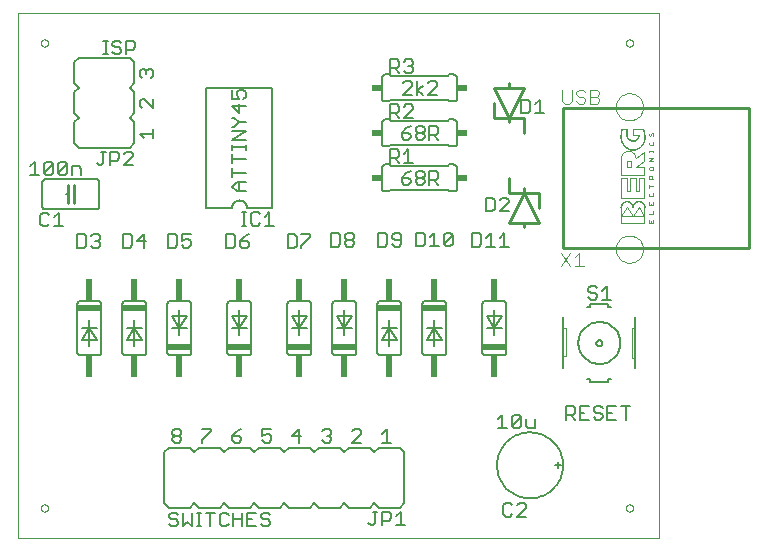
<source format=gto>
G75*
G70*
%OFA0B0*%
%FSLAX24Y24*%
%IPPOS*%
%LPD*%
%AMOC8*
5,1,8,0,0,1.08239X$1,22.5*
%
%ADD10C,0.0000*%
%ADD11C,0.0100*%
%ADD12C,0.0001*%
%ADD13C,0.0020*%
%ADD14C,0.0010*%
%ADD15C,0.0040*%
%ADD16C,0.0060*%
%ADD17R,0.0340X0.0240*%
%ADD18C,0.0050*%
%ADD19R,0.0800X0.0200*%
%ADD20R,0.0200X0.0750*%
D10*
X000103Y000105D02*
X021473Y000105D01*
X021473Y017601D01*
X000103Y017601D01*
X000103Y000105D01*
X000855Y001101D02*
X000857Y001122D01*
X000863Y001142D01*
X000872Y001162D01*
X000884Y001179D01*
X000899Y001193D01*
X000917Y001205D01*
X000937Y001213D01*
X000957Y001218D01*
X000978Y001219D01*
X000999Y001216D01*
X001019Y001210D01*
X001038Y001199D01*
X001055Y001186D01*
X001068Y001170D01*
X001079Y001152D01*
X001087Y001132D01*
X001091Y001112D01*
X001091Y001090D01*
X001087Y001070D01*
X001079Y001050D01*
X001068Y001032D01*
X001055Y001016D01*
X001038Y001003D01*
X001019Y000992D01*
X000999Y000986D01*
X000978Y000983D01*
X000957Y000984D01*
X000937Y000989D01*
X000917Y000997D01*
X000899Y001009D01*
X000884Y001023D01*
X000872Y001040D01*
X000863Y001060D01*
X000857Y001080D01*
X000855Y001101D01*
X020355Y001101D02*
X020357Y001122D01*
X020363Y001142D01*
X020372Y001162D01*
X020384Y001179D01*
X020399Y001193D01*
X020417Y001205D01*
X020437Y001213D01*
X020457Y001218D01*
X020478Y001219D01*
X020499Y001216D01*
X020519Y001210D01*
X020538Y001199D01*
X020555Y001186D01*
X020568Y001170D01*
X020579Y001152D01*
X020587Y001132D01*
X020591Y001112D01*
X020591Y001090D01*
X020587Y001070D01*
X020579Y001050D01*
X020568Y001032D01*
X020555Y001016D01*
X020538Y001003D01*
X020519Y000992D01*
X020499Y000986D01*
X020478Y000983D01*
X020457Y000984D01*
X020437Y000989D01*
X020417Y000997D01*
X020399Y001009D01*
X020384Y001023D01*
X020372Y001040D01*
X020363Y001060D01*
X020357Y001080D01*
X020355Y001101D01*
X020020Y009731D02*
X020022Y009773D01*
X020028Y009815D01*
X020038Y009857D01*
X020051Y009897D01*
X020069Y009936D01*
X020090Y009973D01*
X020114Y010007D01*
X020142Y010040D01*
X020172Y010070D01*
X020205Y010096D01*
X020240Y010120D01*
X020278Y010140D01*
X020317Y010156D01*
X020357Y010169D01*
X020399Y010178D01*
X020441Y010183D01*
X020484Y010184D01*
X020526Y010181D01*
X020568Y010174D01*
X020609Y010163D01*
X020649Y010148D01*
X020687Y010130D01*
X020724Y010108D01*
X020758Y010083D01*
X020790Y010055D01*
X020818Y010024D01*
X020844Y009990D01*
X020867Y009954D01*
X020886Y009917D01*
X020902Y009877D01*
X020914Y009836D01*
X020922Y009795D01*
X020926Y009752D01*
X020926Y009710D01*
X020922Y009667D01*
X020914Y009626D01*
X020902Y009585D01*
X020886Y009545D01*
X020867Y009508D01*
X020844Y009472D01*
X020818Y009438D01*
X020790Y009407D01*
X020758Y009379D01*
X020724Y009354D01*
X020687Y009332D01*
X020649Y009314D01*
X020609Y009299D01*
X020568Y009288D01*
X020526Y009281D01*
X020484Y009278D01*
X020441Y009279D01*
X020399Y009284D01*
X020357Y009293D01*
X020317Y009306D01*
X020278Y009322D01*
X020240Y009342D01*
X020205Y009366D01*
X020172Y009392D01*
X020142Y009422D01*
X020114Y009455D01*
X020090Y009489D01*
X020069Y009526D01*
X020051Y009565D01*
X020038Y009605D01*
X020028Y009647D01*
X020022Y009689D01*
X020020Y009731D01*
X020020Y014471D02*
X020022Y014513D01*
X020028Y014555D01*
X020038Y014597D01*
X020051Y014637D01*
X020069Y014676D01*
X020090Y014713D01*
X020114Y014747D01*
X020142Y014780D01*
X020172Y014810D01*
X020205Y014836D01*
X020240Y014860D01*
X020278Y014880D01*
X020317Y014896D01*
X020357Y014909D01*
X020399Y014918D01*
X020441Y014923D01*
X020484Y014924D01*
X020526Y014921D01*
X020568Y014914D01*
X020609Y014903D01*
X020649Y014888D01*
X020687Y014870D01*
X020724Y014848D01*
X020758Y014823D01*
X020790Y014795D01*
X020818Y014764D01*
X020844Y014730D01*
X020867Y014694D01*
X020886Y014657D01*
X020902Y014617D01*
X020914Y014576D01*
X020922Y014535D01*
X020926Y014492D01*
X020926Y014450D01*
X020922Y014407D01*
X020914Y014366D01*
X020902Y014325D01*
X020886Y014285D01*
X020867Y014248D01*
X020844Y014212D01*
X020818Y014178D01*
X020790Y014147D01*
X020758Y014119D01*
X020724Y014094D01*
X020687Y014072D01*
X020649Y014054D01*
X020609Y014039D01*
X020568Y014028D01*
X020526Y014021D01*
X020484Y014018D01*
X020441Y014019D01*
X020399Y014024D01*
X020357Y014033D01*
X020317Y014046D01*
X020278Y014062D01*
X020240Y014082D01*
X020205Y014106D01*
X020172Y014132D01*
X020142Y014162D01*
X020114Y014195D01*
X020090Y014229D01*
X020069Y014266D01*
X020051Y014305D01*
X020038Y014345D01*
X020028Y014387D01*
X020022Y014429D01*
X020020Y014471D01*
X020355Y016601D02*
X020357Y016622D01*
X020363Y016642D01*
X020372Y016662D01*
X020384Y016679D01*
X020399Y016693D01*
X020417Y016705D01*
X020437Y016713D01*
X020457Y016718D01*
X020478Y016719D01*
X020499Y016716D01*
X020519Y016710D01*
X020538Y016699D01*
X020555Y016686D01*
X020568Y016670D01*
X020579Y016652D01*
X020587Y016632D01*
X020591Y016612D01*
X020591Y016590D01*
X020587Y016570D01*
X020579Y016550D01*
X020568Y016532D01*
X020555Y016516D01*
X020538Y016503D01*
X020519Y016492D01*
X020499Y016486D01*
X020478Y016483D01*
X020457Y016484D01*
X020437Y016489D01*
X020417Y016497D01*
X020399Y016509D01*
X020384Y016523D01*
X020372Y016540D01*
X020363Y016560D01*
X020357Y016580D01*
X020355Y016601D01*
X000855Y016601D02*
X000857Y016622D01*
X000863Y016642D01*
X000872Y016662D01*
X000884Y016679D01*
X000899Y016693D01*
X000917Y016705D01*
X000937Y016713D01*
X000957Y016718D01*
X000978Y016719D01*
X000999Y016716D01*
X001019Y016710D01*
X001038Y016699D01*
X001055Y016686D01*
X001068Y016670D01*
X001079Y016652D01*
X001087Y016632D01*
X001091Y016612D01*
X001091Y016590D01*
X001087Y016570D01*
X001079Y016550D01*
X001068Y016532D01*
X001055Y016516D01*
X001038Y016503D01*
X001019Y016492D01*
X000999Y016486D01*
X000978Y016483D01*
X000957Y016484D01*
X000937Y016489D01*
X000917Y016497D01*
X000899Y016509D01*
X000884Y016523D01*
X000872Y016540D01*
X000863Y016560D01*
X000857Y016580D01*
X000855Y016601D01*
D11*
X001754Y011861D02*
X001754Y011561D01*
X001754Y011261D01*
X001954Y011261D02*
X001954Y011561D01*
X001954Y011861D01*
X015973Y014101D02*
X016473Y014101D01*
X016973Y014101D01*
X016973Y013601D01*
X016473Y013951D02*
X016473Y014101D01*
X016973Y015101D01*
X016473Y015101D01*
X016473Y015251D01*
X016473Y015101D02*
X015973Y015101D01*
X016473Y014101D01*
X015973Y014101D02*
X015973Y014601D01*
X018268Y014424D02*
X018268Y009778D01*
X024469Y009778D01*
X024469Y014424D01*
X018268Y014424D01*
X016473Y012101D02*
X016473Y011601D01*
X016973Y011601D01*
X016973Y011751D01*
X016973Y011601D02*
X017473Y011601D01*
X017473Y011101D01*
X017473Y010601D02*
X016973Y010601D01*
X016473Y010601D01*
X016973Y011601D01*
X017473Y010601D01*
X016973Y010601D02*
X016973Y010451D01*
D12*
X020588Y011132D02*
X020569Y011132D01*
X020570Y011132D02*
X020568Y011159D01*
X020562Y011185D01*
X020553Y011210D01*
X020540Y011234D01*
X020524Y011255D01*
X020505Y011274D01*
X020483Y011290D01*
X020460Y011303D01*
X020435Y011312D01*
X020409Y011318D01*
X020382Y011320D01*
X020355Y011318D01*
X020329Y011312D01*
X020304Y011303D01*
X020281Y011290D01*
X020259Y011274D01*
X020240Y011255D01*
X020224Y011234D01*
X020211Y011210D01*
X020202Y011185D01*
X020196Y011159D01*
X020194Y011132D01*
X020176Y011132D01*
X020175Y011132D01*
X020177Y011161D01*
X020183Y011188D01*
X020192Y011215D01*
X020205Y011240D01*
X020222Y011263D01*
X020241Y011283D01*
X020263Y011301D01*
X020287Y011316D01*
X020313Y011327D01*
X020340Y011335D01*
X020368Y011339D01*
X020396Y011339D01*
X020424Y011335D01*
X020451Y011327D01*
X020477Y011316D01*
X020501Y011301D01*
X020523Y011283D01*
X020542Y011263D01*
X020559Y011240D01*
X020572Y011215D01*
X020581Y011188D01*
X020587Y011161D01*
X020589Y011132D01*
X020588Y011132D01*
X020586Y011161D01*
X020580Y011188D01*
X020571Y011214D01*
X020558Y011239D01*
X020542Y011262D01*
X020522Y011283D01*
X020501Y011300D01*
X020477Y011315D01*
X020451Y011326D01*
X020424Y011334D01*
X020396Y011338D01*
X020368Y011338D01*
X020340Y011334D01*
X020313Y011326D01*
X020287Y011315D01*
X020263Y011300D01*
X020242Y011283D01*
X020222Y011262D01*
X020206Y011239D01*
X020193Y011214D01*
X020184Y011188D01*
X020178Y011161D01*
X020176Y011132D01*
X020177Y011132D01*
X020179Y011160D01*
X020185Y011188D01*
X020194Y011214D01*
X020207Y011239D01*
X020223Y011262D01*
X020242Y011282D01*
X020264Y011300D01*
X020288Y011314D01*
X020313Y011325D01*
X020340Y011333D01*
X020368Y011337D01*
X020396Y011337D01*
X020424Y011333D01*
X020451Y011325D01*
X020476Y011314D01*
X020500Y011300D01*
X020522Y011282D01*
X020541Y011262D01*
X020557Y011239D01*
X020570Y011214D01*
X020579Y011188D01*
X020585Y011160D01*
X020587Y011132D01*
X020586Y011132D01*
X020584Y011160D01*
X020578Y011187D01*
X020569Y011214D01*
X020556Y011238D01*
X020540Y011261D01*
X020521Y011281D01*
X020499Y011299D01*
X020476Y011313D01*
X020450Y011324D01*
X020423Y011332D01*
X020396Y011336D01*
X020368Y011336D01*
X020341Y011332D01*
X020314Y011324D01*
X020288Y011313D01*
X020265Y011299D01*
X020243Y011281D01*
X020224Y011261D01*
X020208Y011238D01*
X020195Y011214D01*
X020186Y011187D01*
X020180Y011160D01*
X020178Y011132D01*
X020179Y011132D01*
X020181Y011160D01*
X020187Y011187D01*
X020196Y011213D01*
X020209Y011238D01*
X020225Y011260D01*
X020244Y011281D01*
X020265Y011298D01*
X020289Y011312D01*
X020314Y011323D01*
X020341Y011331D01*
X020368Y011335D01*
X020396Y011335D01*
X020423Y011331D01*
X020450Y011323D01*
X020475Y011312D01*
X020499Y011298D01*
X020520Y011281D01*
X020539Y011260D01*
X020555Y011238D01*
X020568Y011213D01*
X020577Y011187D01*
X020583Y011160D01*
X020585Y011132D01*
X020584Y011132D01*
X020582Y011160D01*
X020576Y011187D01*
X020567Y011213D01*
X020554Y011237D01*
X020539Y011260D01*
X020520Y011280D01*
X020498Y011297D01*
X020475Y011311D01*
X020450Y011322D01*
X020423Y011330D01*
X020396Y011334D01*
X020368Y011334D01*
X020341Y011330D01*
X020314Y011322D01*
X020289Y011311D01*
X020266Y011297D01*
X020244Y011280D01*
X020225Y011260D01*
X020210Y011237D01*
X020197Y011213D01*
X020188Y011187D01*
X020182Y011160D01*
X020180Y011132D01*
X020181Y011132D01*
X020183Y011160D01*
X020189Y011187D01*
X020198Y011212D01*
X020210Y011237D01*
X020226Y011259D01*
X020245Y011279D01*
X020266Y011296D01*
X020290Y011311D01*
X020315Y011321D01*
X020341Y011329D01*
X020368Y011333D01*
X020396Y011333D01*
X020423Y011329D01*
X020449Y011321D01*
X020474Y011311D01*
X020498Y011296D01*
X020519Y011279D01*
X020538Y011259D01*
X020554Y011237D01*
X020566Y011212D01*
X020575Y011187D01*
X020581Y011160D01*
X020583Y011132D01*
X020582Y011132D01*
X020580Y011160D01*
X020574Y011186D01*
X020565Y011212D01*
X020553Y011236D01*
X020537Y011258D01*
X020518Y011278D01*
X020497Y011296D01*
X020474Y011310D01*
X020449Y011320D01*
X020423Y011328D01*
X020396Y011332D01*
X020368Y011332D01*
X020341Y011328D01*
X020315Y011320D01*
X020290Y011310D01*
X020267Y011296D01*
X020246Y011278D01*
X020227Y011258D01*
X020211Y011236D01*
X020199Y011212D01*
X020190Y011186D01*
X020184Y011160D01*
X020182Y011132D01*
X020183Y011132D01*
X020185Y011160D01*
X020190Y011186D01*
X020200Y011212D01*
X020212Y011236D01*
X020228Y011258D01*
X020246Y011278D01*
X020267Y011295D01*
X020291Y011309D01*
X020315Y011320D01*
X020342Y011327D01*
X020368Y011331D01*
X020396Y011331D01*
X020422Y011327D01*
X020449Y011320D01*
X020473Y011309D01*
X020497Y011295D01*
X020518Y011278D01*
X020536Y011258D01*
X020552Y011236D01*
X020564Y011212D01*
X020574Y011186D01*
X020579Y011160D01*
X020581Y011132D01*
X020580Y011132D01*
X020578Y011159D01*
X020573Y011186D01*
X020563Y011211D01*
X020551Y011235D01*
X020535Y011257D01*
X020517Y011277D01*
X020496Y011294D01*
X020473Y011308D01*
X020448Y011319D01*
X020422Y011326D01*
X020395Y011330D01*
X020369Y011330D01*
X020342Y011326D01*
X020316Y011319D01*
X020291Y011308D01*
X020268Y011294D01*
X020247Y011277D01*
X020229Y011257D01*
X020213Y011235D01*
X020201Y011211D01*
X020191Y011186D01*
X020186Y011159D01*
X020184Y011132D01*
X020185Y011132D01*
X020187Y011159D01*
X020192Y011186D01*
X020201Y011211D01*
X020214Y011235D01*
X020229Y011257D01*
X020248Y011276D01*
X020269Y011293D01*
X020292Y011307D01*
X020316Y011318D01*
X020342Y011325D01*
X020369Y011329D01*
X020395Y011329D01*
X020422Y011325D01*
X020448Y011318D01*
X020472Y011307D01*
X020495Y011293D01*
X020516Y011276D01*
X020535Y011257D01*
X020550Y011235D01*
X020563Y011211D01*
X020572Y011186D01*
X020577Y011159D01*
X020579Y011132D01*
X020578Y011132D01*
X020576Y011159D01*
X020571Y011185D01*
X020562Y011210D01*
X020549Y011234D01*
X020534Y011256D01*
X020516Y011275D01*
X020495Y011292D01*
X020472Y011306D01*
X020448Y011317D01*
X020422Y011324D01*
X020395Y011328D01*
X020369Y011328D01*
X020342Y011324D01*
X020316Y011317D01*
X020292Y011306D01*
X020269Y011292D01*
X020248Y011275D01*
X020230Y011256D01*
X020215Y011234D01*
X020202Y011210D01*
X020193Y011185D01*
X020188Y011159D01*
X020186Y011132D01*
X020187Y011132D01*
X020189Y011160D01*
X020195Y011187D01*
X020205Y011213D01*
X020218Y011238D01*
X020235Y011260D01*
X020254Y011280D01*
X020277Y011296D01*
X020301Y011309D01*
X020327Y011319D01*
X020354Y011325D01*
X020382Y011327D01*
X020410Y011325D01*
X020437Y011319D01*
X020463Y011309D01*
X020487Y011296D01*
X020510Y011280D01*
X020529Y011260D01*
X020546Y011238D01*
X020559Y011213D01*
X020569Y011187D01*
X020575Y011160D01*
X020577Y011132D01*
X020576Y011132D01*
X020574Y011160D01*
X020568Y011187D01*
X020558Y011213D01*
X020545Y011237D01*
X020528Y011259D01*
X020509Y011279D01*
X020487Y011295D01*
X020462Y011309D01*
X020437Y011318D01*
X020410Y011324D01*
X020382Y011326D01*
X020354Y011324D01*
X020327Y011318D01*
X020302Y011309D01*
X020277Y011295D01*
X020255Y011279D01*
X020236Y011259D01*
X020219Y011237D01*
X020206Y011213D01*
X020196Y011187D01*
X020190Y011160D01*
X020188Y011132D01*
X020189Y011132D01*
X020191Y011160D01*
X020197Y011187D01*
X020207Y011213D01*
X020220Y011237D01*
X020236Y011259D01*
X020256Y011278D01*
X020278Y011294D01*
X020302Y011308D01*
X020328Y011317D01*
X020355Y011323D01*
X020382Y011325D01*
X020409Y011323D01*
X020436Y011317D01*
X020462Y011308D01*
X020486Y011294D01*
X020508Y011278D01*
X020528Y011259D01*
X020544Y011237D01*
X020557Y011213D01*
X020567Y011187D01*
X020573Y011160D01*
X020575Y011132D01*
X020574Y011132D01*
X020572Y011160D01*
X020566Y011186D01*
X020556Y011212D01*
X020543Y011236D01*
X020527Y011258D01*
X020508Y011277D01*
X020486Y011294D01*
X020462Y011307D01*
X020436Y011316D01*
X020409Y011322D01*
X020382Y011324D01*
X020355Y011322D01*
X020328Y011316D01*
X020302Y011307D01*
X020278Y011294D01*
X020256Y011277D01*
X020237Y011258D01*
X020221Y011236D01*
X020208Y011212D01*
X020198Y011186D01*
X020192Y011160D01*
X020190Y011132D01*
X020191Y011132D01*
X020193Y011160D01*
X020199Y011186D01*
X020208Y011212D01*
X020221Y011236D01*
X020238Y011257D01*
X020257Y011276D01*
X020279Y011293D01*
X020303Y011306D01*
X020328Y011315D01*
X020355Y011321D01*
X020382Y011323D01*
X020409Y011321D01*
X020436Y011315D01*
X020461Y011306D01*
X020485Y011293D01*
X020507Y011276D01*
X020526Y011257D01*
X020543Y011236D01*
X020556Y011212D01*
X020565Y011186D01*
X020571Y011160D01*
X020573Y011132D01*
X020572Y011132D01*
X020570Y011159D01*
X020564Y011186D01*
X020555Y011211D01*
X020542Y011235D01*
X020525Y011257D01*
X020506Y011276D01*
X020485Y011292D01*
X020461Y011305D01*
X020435Y011314D01*
X020409Y011320D01*
X020382Y011322D01*
X020355Y011320D01*
X020329Y011314D01*
X020303Y011305D01*
X020279Y011292D01*
X020258Y011276D01*
X020239Y011257D01*
X020222Y011235D01*
X020209Y011211D01*
X020200Y011186D01*
X020194Y011159D01*
X020192Y011132D01*
X020193Y011132D01*
X020195Y011159D01*
X020201Y011186D01*
X020210Y011211D01*
X020223Y011234D01*
X020239Y011256D01*
X020258Y011275D01*
X020280Y011291D01*
X020304Y011304D01*
X020329Y011313D01*
X020355Y011319D01*
X020382Y011321D01*
X020409Y011319D01*
X020435Y011313D01*
X020460Y011304D01*
X020484Y011291D01*
X020506Y011275D01*
X020525Y011256D01*
X020541Y011234D01*
X020554Y011211D01*
X020563Y011186D01*
X020569Y011159D01*
X020571Y011132D01*
X020982Y011132D02*
X020963Y011132D01*
X020964Y011132D02*
X020962Y011159D01*
X020956Y011185D01*
X020947Y011210D01*
X020934Y011234D01*
X020918Y011255D01*
X020899Y011274D01*
X020877Y011290D01*
X020854Y011303D01*
X020829Y011312D01*
X020803Y011318D01*
X020776Y011320D01*
X020749Y011318D01*
X020723Y011312D01*
X020698Y011303D01*
X020675Y011290D01*
X020653Y011274D01*
X020634Y011255D01*
X020618Y011234D01*
X020605Y011210D01*
X020596Y011185D01*
X020590Y011159D01*
X020588Y011132D01*
X020570Y011132D01*
X020569Y011132D01*
X020571Y011161D01*
X020577Y011188D01*
X020586Y011215D01*
X020599Y011240D01*
X020616Y011263D01*
X020635Y011283D01*
X020657Y011301D01*
X020681Y011316D01*
X020707Y011327D01*
X020734Y011335D01*
X020762Y011339D01*
X020790Y011339D01*
X020818Y011335D01*
X020845Y011327D01*
X020871Y011316D01*
X020895Y011301D01*
X020917Y011283D01*
X020936Y011263D01*
X020953Y011240D01*
X020966Y011215D01*
X020975Y011188D01*
X020981Y011161D01*
X020983Y011132D01*
X020982Y011132D01*
X020980Y011161D01*
X020974Y011188D01*
X020965Y011214D01*
X020952Y011239D01*
X020936Y011262D01*
X020916Y011283D01*
X020895Y011300D01*
X020871Y011315D01*
X020845Y011326D01*
X020818Y011334D01*
X020790Y011338D01*
X020762Y011338D01*
X020734Y011334D01*
X020707Y011326D01*
X020681Y011315D01*
X020657Y011300D01*
X020636Y011283D01*
X020616Y011262D01*
X020600Y011239D01*
X020587Y011214D01*
X020578Y011188D01*
X020572Y011161D01*
X020570Y011132D01*
X020571Y011132D01*
X020573Y011160D01*
X020579Y011188D01*
X020588Y011214D01*
X020601Y011239D01*
X020617Y011262D01*
X020636Y011282D01*
X020658Y011300D01*
X020682Y011314D01*
X020707Y011325D01*
X020734Y011333D01*
X020762Y011337D01*
X020790Y011337D01*
X020818Y011333D01*
X020845Y011325D01*
X020870Y011314D01*
X020894Y011300D01*
X020916Y011282D01*
X020935Y011262D01*
X020951Y011239D01*
X020964Y011214D01*
X020973Y011188D01*
X020979Y011160D01*
X020981Y011132D01*
X020980Y011132D01*
X020978Y011160D01*
X020972Y011187D01*
X020963Y011214D01*
X020950Y011238D01*
X020934Y011261D01*
X020915Y011281D01*
X020893Y011299D01*
X020870Y011313D01*
X020844Y011324D01*
X020817Y011332D01*
X020790Y011336D01*
X020762Y011336D01*
X020735Y011332D01*
X020708Y011324D01*
X020682Y011313D01*
X020659Y011299D01*
X020637Y011281D01*
X020618Y011261D01*
X020602Y011238D01*
X020589Y011214D01*
X020580Y011187D01*
X020574Y011160D01*
X020572Y011132D01*
X020573Y011132D01*
X020575Y011160D01*
X020581Y011187D01*
X020590Y011213D01*
X020603Y011238D01*
X020619Y011260D01*
X020638Y011281D01*
X020659Y011298D01*
X020683Y011312D01*
X020708Y011323D01*
X020735Y011331D01*
X020762Y011335D01*
X020790Y011335D01*
X020817Y011331D01*
X020844Y011323D01*
X020869Y011312D01*
X020893Y011298D01*
X020914Y011281D01*
X020933Y011260D01*
X020949Y011238D01*
X020962Y011213D01*
X020971Y011187D01*
X020977Y011160D01*
X020979Y011132D01*
X020978Y011132D01*
X020976Y011160D01*
X020970Y011187D01*
X020961Y011213D01*
X020948Y011237D01*
X020933Y011260D01*
X020914Y011280D01*
X020892Y011297D01*
X020869Y011311D01*
X020844Y011322D01*
X020817Y011330D01*
X020790Y011334D01*
X020762Y011334D01*
X020735Y011330D01*
X020708Y011322D01*
X020683Y011311D01*
X020660Y011297D01*
X020638Y011280D01*
X020619Y011260D01*
X020604Y011237D01*
X020591Y011213D01*
X020582Y011187D01*
X020576Y011160D01*
X020574Y011132D01*
X020575Y011132D01*
X020577Y011160D01*
X020583Y011187D01*
X020592Y011212D01*
X020604Y011237D01*
X020620Y011259D01*
X020639Y011279D01*
X020660Y011296D01*
X020684Y011311D01*
X020709Y011321D01*
X020735Y011329D01*
X020762Y011333D01*
X020790Y011333D01*
X020817Y011329D01*
X020843Y011321D01*
X020868Y011311D01*
X020892Y011296D01*
X020913Y011279D01*
X020932Y011259D01*
X020948Y011237D01*
X020960Y011212D01*
X020969Y011187D01*
X020975Y011160D01*
X020977Y011132D01*
X020976Y011132D01*
X020974Y011160D01*
X020968Y011186D01*
X020959Y011212D01*
X020947Y011236D01*
X020931Y011258D01*
X020912Y011278D01*
X020891Y011296D01*
X020868Y011310D01*
X020843Y011320D01*
X020817Y011328D01*
X020790Y011332D01*
X020762Y011332D01*
X020735Y011328D01*
X020709Y011320D01*
X020684Y011310D01*
X020661Y011296D01*
X020640Y011278D01*
X020621Y011258D01*
X020605Y011236D01*
X020593Y011212D01*
X020584Y011186D01*
X020578Y011160D01*
X020576Y011132D01*
X020577Y011132D01*
X020579Y011160D01*
X020584Y011186D01*
X020594Y011212D01*
X020606Y011236D01*
X020622Y011258D01*
X020640Y011278D01*
X020661Y011295D01*
X020685Y011309D01*
X020709Y011320D01*
X020736Y011327D01*
X020762Y011331D01*
X020790Y011331D01*
X020816Y011327D01*
X020843Y011320D01*
X020867Y011309D01*
X020891Y011295D01*
X020912Y011278D01*
X020930Y011258D01*
X020946Y011236D01*
X020958Y011212D01*
X020968Y011186D01*
X020973Y011160D01*
X020975Y011132D01*
X020974Y011132D01*
X020972Y011159D01*
X020967Y011186D01*
X020957Y011211D01*
X020945Y011235D01*
X020929Y011257D01*
X020911Y011277D01*
X020890Y011294D01*
X020867Y011308D01*
X020842Y011319D01*
X020816Y011326D01*
X020789Y011330D01*
X020763Y011330D01*
X020736Y011326D01*
X020710Y011319D01*
X020685Y011308D01*
X020662Y011294D01*
X020641Y011277D01*
X020623Y011257D01*
X020607Y011235D01*
X020595Y011211D01*
X020585Y011186D01*
X020580Y011159D01*
X020578Y011132D01*
X020579Y011132D01*
X020581Y011159D01*
X020586Y011186D01*
X020595Y011211D01*
X020608Y011235D01*
X020623Y011257D01*
X020642Y011276D01*
X020663Y011293D01*
X020686Y011307D01*
X020710Y011318D01*
X020736Y011325D01*
X020763Y011329D01*
X020789Y011329D01*
X020816Y011325D01*
X020842Y011318D01*
X020866Y011307D01*
X020889Y011293D01*
X020910Y011276D01*
X020929Y011257D01*
X020944Y011235D01*
X020957Y011211D01*
X020966Y011186D01*
X020971Y011159D01*
X020973Y011132D01*
X020972Y011132D01*
X020970Y011159D01*
X020965Y011185D01*
X020956Y011210D01*
X020943Y011234D01*
X020928Y011256D01*
X020910Y011275D01*
X020889Y011292D01*
X020866Y011306D01*
X020842Y011317D01*
X020816Y011324D01*
X020789Y011328D01*
X020763Y011328D01*
X020736Y011324D01*
X020710Y011317D01*
X020686Y011306D01*
X020663Y011292D01*
X020642Y011275D01*
X020624Y011256D01*
X020609Y011234D01*
X020596Y011210D01*
X020587Y011185D01*
X020582Y011159D01*
X020580Y011132D01*
X020581Y011132D01*
X020583Y011160D01*
X020589Y011187D01*
X020599Y011213D01*
X020612Y011238D01*
X020629Y011260D01*
X020648Y011280D01*
X020671Y011296D01*
X020695Y011309D01*
X020721Y011319D01*
X020748Y011325D01*
X020776Y011327D01*
X020804Y011325D01*
X020831Y011319D01*
X020857Y011309D01*
X020881Y011296D01*
X020904Y011280D01*
X020923Y011260D01*
X020940Y011238D01*
X020953Y011213D01*
X020963Y011187D01*
X020969Y011160D01*
X020971Y011132D01*
X020970Y011132D01*
X020968Y011160D01*
X020962Y011187D01*
X020952Y011213D01*
X020939Y011237D01*
X020922Y011259D01*
X020903Y011279D01*
X020881Y011295D01*
X020856Y011309D01*
X020831Y011318D01*
X020804Y011324D01*
X020776Y011326D01*
X020748Y011324D01*
X020721Y011318D01*
X020696Y011309D01*
X020671Y011295D01*
X020649Y011279D01*
X020630Y011259D01*
X020613Y011237D01*
X020600Y011213D01*
X020590Y011187D01*
X020584Y011160D01*
X020582Y011132D01*
X020583Y011132D01*
X020585Y011160D01*
X020591Y011187D01*
X020601Y011213D01*
X020614Y011237D01*
X020630Y011259D01*
X020650Y011278D01*
X020672Y011294D01*
X020696Y011308D01*
X020722Y011317D01*
X020749Y011323D01*
X020776Y011325D01*
X020803Y011323D01*
X020830Y011317D01*
X020856Y011308D01*
X020880Y011294D01*
X020902Y011278D01*
X020922Y011259D01*
X020938Y011237D01*
X020951Y011213D01*
X020961Y011187D01*
X020967Y011160D01*
X020969Y011132D01*
X020968Y011132D01*
X020966Y011160D01*
X020960Y011186D01*
X020950Y011212D01*
X020937Y011236D01*
X020921Y011258D01*
X020902Y011277D01*
X020880Y011294D01*
X020856Y011307D01*
X020830Y011316D01*
X020803Y011322D01*
X020776Y011324D01*
X020749Y011322D01*
X020722Y011316D01*
X020696Y011307D01*
X020672Y011294D01*
X020650Y011277D01*
X020631Y011258D01*
X020615Y011236D01*
X020602Y011212D01*
X020592Y011186D01*
X020586Y011160D01*
X020584Y011132D01*
X020585Y011132D01*
X020587Y011160D01*
X020593Y011186D01*
X020602Y011212D01*
X020615Y011236D01*
X020632Y011257D01*
X020651Y011276D01*
X020673Y011293D01*
X020697Y011306D01*
X020722Y011315D01*
X020749Y011321D01*
X020776Y011323D01*
X020803Y011321D01*
X020830Y011315D01*
X020855Y011306D01*
X020879Y011293D01*
X020901Y011276D01*
X020920Y011257D01*
X020937Y011236D01*
X020950Y011212D01*
X020959Y011186D01*
X020965Y011160D01*
X020967Y011132D01*
X020966Y011132D01*
X020964Y011159D01*
X020958Y011186D01*
X020949Y011211D01*
X020936Y011235D01*
X020919Y011257D01*
X020900Y011276D01*
X020879Y011292D01*
X020855Y011305D01*
X020829Y011314D01*
X020803Y011320D01*
X020776Y011322D01*
X020749Y011320D01*
X020723Y011314D01*
X020697Y011305D01*
X020673Y011292D01*
X020652Y011276D01*
X020633Y011257D01*
X020616Y011235D01*
X020603Y011211D01*
X020594Y011186D01*
X020588Y011159D01*
X020586Y011132D01*
X020587Y011132D01*
X020589Y011159D01*
X020595Y011186D01*
X020604Y011211D01*
X020617Y011234D01*
X020633Y011256D01*
X020652Y011275D01*
X020674Y011291D01*
X020698Y011304D01*
X020723Y011313D01*
X020749Y011319D01*
X020776Y011321D01*
X020803Y011319D01*
X020829Y011313D01*
X020854Y011304D01*
X020878Y011291D01*
X020900Y011275D01*
X020919Y011256D01*
X020935Y011234D01*
X020948Y011211D01*
X020957Y011186D01*
X020963Y011159D01*
X020965Y011132D01*
X020176Y013445D02*
X020195Y013445D01*
X020194Y013445D02*
X020196Y013406D01*
X020202Y013367D01*
X020212Y013329D01*
X020225Y013293D01*
X020243Y013258D01*
X020263Y013225D01*
X020287Y013194D01*
X020314Y013166D01*
X020344Y013140D01*
X020375Y013118D01*
X020410Y013099D01*
X020445Y013084D01*
X020483Y013072D01*
X020521Y013064D01*
X020560Y013060D01*
X020598Y013060D01*
X020637Y013064D01*
X020675Y013072D01*
X020713Y013084D01*
X020748Y013099D01*
X020783Y013118D01*
X020814Y013140D01*
X020844Y013166D01*
X020871Y013194D01*
X020895Y013225D01*
X020915Y013258D01*
X020933Y013293D01*
X020946Y013329D01*
X020956Y013367D01*
X020962Y013406D01*
X020964Y013445D01*
X020982Y013445D01*
X020983Y013445D01*
X020981Y013405D01*
X020975Y013366D01*
X020965Y013327D01*
X020952Y013290D01*
X020935Y013254D01*
X020915Y013220D01*
X020891Y013188D01*
X020864Y013159D01*
X020835Y013133D01*
X020803Y013109D01*
X020769Y013089D01*
X020733Y013072D01*
X020696Y013058D01*
X020658Y013049D01*
X020619Y013043D01*
X020579Y013041D01*
X020539Y013043D01*
X020500Y013049D01*
X020462Y013058D01*
X020425Y013072D01*
X020389Y013089D01*
X020355Y013109D01*
X020323Y013133D01*
X020294Y013159D01*
X020267Y013188D01*
X020243Y013220D01*
X020223Y013254D01*
X020206Y013290D01*
X020193Y013327D01*
X020183Y013366D01*
X020177Y013405D01*
X020175Y013445D01*
X020176Y013445D01*
X020178Y013405D01*
X020184Y013366D01*
X020193Y013328D01*
X020207Y013290D01*
X020224Y013255D01*
X020244Y013221D01*
X020268Y013189D01*
X020294Y013160D01*
X020324Y013133D01*
X020355Y013110D01*
X020389Y013090D01*
X020425Y013073D01*
X020462Y013059D01*
X020500Y013050D01*
X020540Y013044D01*
X020579Y013042D01*
X020618Y013044D01*
X020658Y013050D01*
X020696Y013059D01*
X020733Y013073D01*
X020769Y013090D01*
X020803Y013110D01*
X020834Y013133D01*
X020864Y013160D01*
X020890Y013189D01*
X020914Y013221D01*
X020934Y013255D01*
X020951Y013290D01*
X020965Y013328D01*
X020974Y013366D01*
X020980Y013405D01*
X020982Y013445D01*
X020981Y013445D01*
X020979Y013405D01*
X020973Y013366D01*
X020964Y013328D01*
X020950Y013291D01*
X020933Y013255D01*
X020913Y013221D01*
X020890Y013190D01*
X020863Y013161D01*
X020834Y013134D01*
X020802Y013111D01*
X020768Y013090D01*
X020733Y013074D01*
X020696Y013060D01*
X020657Y013051D01*
X020618Y013045D01*
X020579Y013043D01*
X020540Y013045D01*
X020501Y013051D01*
X020462Y013060D01*
X020425Y013074D01*
X020390Y013090D01*
X020356Y013111D01*
X020324Y013134D01*
X020295Y013161D01*
X020268Y013190D01*
X020245Y013221D01*
X020225Y013255D01*
X020208Y013291D01*
X020194Y013328D01*
X020185Y013366D01*
X020179Y013405D01*
X020177Y013445D01*
X020178Y013445D01*
X020180Y013405D01*
X020186Y013366D01*
X020195Y013328D01*
X020209Y013291D01*
X020226Y013256D01*
X020246Y013222D01*
X020269Y013190D01*
X020296Y013161D01*
X020325Y013135D01*
X020356Y013111D01*
X020390Y013091D01*
X020426Y013074D01*
X020463Y013061D01*
X020501Y013052D01*
X020540Y013046D01*
X020579Y013044D01*
X020618Y013046D01*
X020657Y013052D01*
X020695Y013061D01*
X020732Y013074D01*
X020768Y013091D01*
X020802Y013111D01*
X020833Y013135D01*
X020862Y013161D01*
X020889Y013190D01*
X020912Y013222D01*
X020932Y013256D01*
X020949Y013291D01*
X020963Y013328D01*
X020972Y013366D01*
X020978Y013405D01*
X020980Y013445D01*
X020979Y013445D01*
X020977Y013405D01*
X020971Y013367D01*
X020962Y013328D01*
X020948Y013292D01*
X020932Y013256D01*
X020911Y013223D01*
X020888Y013191D01*
X020862Y013162D01*
X020833Y013136D01*
X020801Y013112D01*
X020767Y013092D01*
X020732Y013075D01*
X020695Y013062D01*
X020657Y013053D01*
X020618Y013047D01*
X020579Y013045D01*
X020540Y013047D01*
X020501Y013053D01*
X020463Y013062D01*
X020426Y013075D01*
X020391Y013092D01*
X020357Y013112D01*
X020325Y013136D01*
X020296Y013162D01*
X020270Y013191D01*
X020247Y013223D01*
X020226Y013256D01*
X020210Y013292D01*
X020196Y013328D01*
X020187Y013367D01*
X020181Y013405D01*
X020179Y013445D01*
X020180Y013445D01*
X020182Y013405D01*
X020188Y013367D01*
X020197Y013329D01*
X020211Y013292D01*
X020227Y013257D01*
X020247Y013223D01*
X020271Y013192D01*
X020297Y013163D01*
X020326Y013136D01*
X020357Y013113D01*
X020391Y013093D01*
X020426Y013076D01*
X020463Y013063D01*
X020501Y013054D01*
X020540Y013048D01*
X020579Y013046D01*
X020618Y013048D01*
X020657Y013054D01*
X020695Y013063D01*
X020732Y013076D01*
X020767Y013093D01*
X020801Y013113D01*
X020832Y013136D01*
X020861Y013163D01*
X020887Y013192D01*
X020911Y013223D01*
X020931Y013257D01*
X020947Y013292D01*
X020961Y013329D01*
X020970Y013367D01*
X020976Y013405D01*
X020978Y013445D01*
X020977Y013445D01*
X020975Y013406D01*
X020969Y013367D01*
X020960Y013329D01*
X020947Y013292D01*
X020930Y013257D01*
X020910Y013224D01*
X020886Y013192D01*
X020860Y013163D01*
X020831Y013137D01*
X020800Y013114D01*
X020766Y013094D01*
X020731Y013077D01*
X020694Y013064D01*
X020657Y013055D01*
X020618Y013049D01*
X020579Y013047D01*
X020540Y013049D01*
X020501Y013055D01*
X020464Y013064D01*
X020427Y013077D01*
X020392Y013094D01*
X020358Y013114D01*
X020327Y013137D01*
X020298Y013163D01*
X020272Y013192D01*
X020248Y013224D01*
X020228Y013257D01*
X020211Y013292D01*
X020198Y013329D01*
X020189Y013367D01*
X020183Y013406D01*
X020181Y013445D01*
X020182Y013445D01*
X020184Y013406D01*
X020190Y013367D01*
X020199Y013329D01*
X020212Y013293D01*
X020229Y013258D01*
X020249Y013224D01*
X020272Y013193D01*
X020298Y013164D01*
X020327Y013138D01*
X020359Y013115D01*
X020392Y013095D01*
X020427Y013078D01*
X020464Y013065D01*
X020502Y013056D01*
X020540Y013050D01*
X020579Y013048D01*
X020618Y013050D01*
X020656Y013056D01*
X020694Y013065D01*
X020731Y013078D01*
X020766Y013095D01*
X020799Y013115D01*
X020831Y013138D01*
X020860Y013164D01*
X020886Y013193D01*
X020909Y013224D01*
X020929Y013258D01*
X020946Y013293D01*
X020959Y013329D01*
X020968Y013367D01*
X020974Y013406D01*
X020976Y013445D01*
X020975Y013445D01*
X020973Y013406D01*
X020967Y013367D01*
X020958Y013330D01*
X020945Y013293D01*
X020928Y013258D01*
X020908Y013225D01*
X020885Y013194D01*
X020859Y013165D01*
X020830Y013139D01*
X020799Y013116D01*
X020766Y013096D01*
X020730Y013079D01*
X020694Y013066D01*
X020656Y013057D01*
X020618Y013051D01*
X020579Y013049D01*
X020540Y013051D01*
X020502Y013057D01*
X020464Y013066D01*
X020428Y013079D01*
X020392Y013096D01*
X020359Y013116D01*
X020328Y013139D01*
X020299Y013165D01*
X020273Y013194D01*
X020250Y013225D01*
X020230Y013258D01*
X020213Y013293D01*
X020200Y013330D01*
X020191Y013367D01*
X020185Y013406D01*
X020183Y013445D01*
X020184Y013445D01*
X020186Y013406D01*
X020192Y013368D01*
X020201Y013330D01*
X020214Y013293D01*
X020231Y013258D01*
X020251Y013225D01*
X020274Y013194D01*
X020300Y013166D01*
X020329Y013140D01*
X020360Y013116D01*
X020393Y013097D01*
X020428Y013080D01*
X020464Y013067D01*
X020502Y013058D01*
X020540Y013052D01*
X020579Y013050D01*
X020618Y013052D01*
X020656Y013058D01*
X020694Y013067D01*
X020730Y013080D01*
X020765Y013097D01*
X020798Y013116D01*
X020829Y013140D01*
X020858Y013166D01*
X020884Y013194D01*
X020907Y013225D01*
X020927Y013258D01*
X020944Y013293D01*
X020957Y013330D01*
X020966Y013368D01*
X020972Y013406D01*
X020974Y013445D01*
X020973Y013445D01*
X020971Y013406D01*
X020965Y013368D01*
X020956Y013330D01*
X020943Y013294D01*
X020926Y013259D01*
X020906Y013226D01*
X020883Y013195D01*
X020857Y013166D01*
X020829Y013140D01*
X020798Y013117D01*
X020765Y013097D01*
X020730Y013081D01*
X020693Y013068D01*
X020656Y013059D01*
X020618Y013053D01*
X020579Y013051D01*
X020540Y013053D01*
X020502Y013059D01*
X020465Y013068D01*
X020428Y013081D01*
X020393Y013097D01*
X020360Y013117D01*
X020329Y013140D01*
X020301Y013166D01*
X020275Y013195D01*
X020252Y013226D01*
X020232Y013259D01*
X020215Y013294D01*
X020202Y013330D01*
X020193Y013368D01*
X020187Y013406D01*
X020185Y013445D01*
X020186Y013445D01*
X020188Y013406D01*
X020194Y013368D01*
X020203Y013331D01*
X020216Y013294D01*
X020233Y013259D01*
X020252Y013226D01*
X020275Y013195D01*
X020301Y013167D01*
X020330Y013141D01*
X020361Y013118D01*
X020394Y013098D01*
X020429Y013082D01*
X020465Y013069D01*
X020502Y013060D01*
X020541Y013054D01*
X020579Y013052D01*
X020617Y013054D01*
X020656Y013060D01*
X020693Y013069D01*
X020729Y013082D01*
X020764Y013098D01*
X020797Y013118D01*
X020828Y013141D01*
X020857Y013167D01*
X020883Y013195D01*
X020906Y013226D01*
X020925Y013259D01*
X020942Y013294D01*
X020955Y013331D01*
X020964Y013368D01*
X020970Y013406D01*
X020972Y013445D01*
X020971Y013445D01*
X020969Y013406D01*
X020963Y013368D01*
X020954Y013331D01*
X020941Y013295D01*
X020925Y013260D01*
X020905Y013227D01*
X020882Y013196D01*
X020856Y013168D01*
X020828Y013142D01*
X020797Y013119D01*
X020764Y013099D01*
X020729Y013083D01*
X020693Y013070D01*
X020655Y013061D01*
X020617Y013055D01*
X020579Y013053D01*
X020541Y013055D01*
X020503Y013061D01*
X020465Y013070D01*
X020429Y013083D01*
X020394Y013099D01*
X020361Y013119D01*
X020330Y013142D01*
X020302Y013168D01*
X020276Y013196D01*
X020253Y013227D01*
X020233Y013260D01*
X020217Y013295D01*
X020204Y013331D01*
X020195Y013368D01*
X020189Y013406D01*
X020187Y013445D01*
X020188Y013445D01*
X020190Y013406D01*
X020196Y013368D01*
X020205Y013331D01*
X020218Y013295D01*
X020234Y013260D01*
X020254Y013228D01*
X020277Y013197D01*
X020303Y013168D01*
X020331Y013143D01*
X020362Y013120D01*
X020395Y013100D01*
X020429Y013084D01*
X020466Y013071D01*
X020503Y013062D01*
X020541Y013056D01*
X020579Y013054D01*
X020617Y013056D01*
X020655Y013062D01*
X020692Y013071D01*
X020729Y013084D01*
X020763Y013100D01*
X020796Y013120D01*
X020827Y013143D01*
X020855Y013168D01*
X020881Y013197D01*
X020904Y013228D01*
X020924Y013260D01*
X020940Y013295D01*
X020953Y013331D01*
X020962Y013368D01*
X020968Y013406D01*
X020970Y013445D01*
X020969Y013445D01*
X020967Y013406D01*
X020961Y013368D01*
X020952Y013331D01*
X020939Y013295D01*
X020923Y013261D01*
X020903Y013228D01*
X020880Y013197D01*
X020855Y013169D01*
X020826Y013143D01*
X020796Y013121D01*
X020763Y013101D01*
X020728Y013085D01*
X020692Y013072D01*
X020655Y013062D01*
X020617Y013057D01*
X020579Y013055D01*
X020541Y013057D01*
X020503Y013062D01*
X020466Y013072D01*
X020430Y013085D01*
X020395Y013101D01*
X020362Y013121D01*
X020332Y013143D01*
X020303Y013169D01*
X020278Y013197D01*
X020255Y013228D01*
X020235Y013261D01*
X020219Y013295D01*
X020206Y013331D01*
X020197Y013368D01*
X020191Y013406D01*
X020189Y013445D01*
X020190Y013445D01*
X020192Y013405D01*
X020198Y013366D01*
X020208Y013328D01*
X020222Y013291D01*
X020239Y013256D01*
X020260Y013223D01*
X020284Y013191D01*
X020311Y013163D01*
X020341Y013137D01*
X020373Y013115D01*
X020408Y013096D01*
X020444Y013080D01*
X020482Y013068D01*
X020520Y013060D01*
X020559Y013056D01*
X020599Y013056D01*
X020638Y013060D01*
X020676Y013068D01*
X020714Y013080D01*
X020750Y013096D01*
X020785Y013115D01*
X020817Y013137D01*
X020847Y013163D01*
X020874Y013191D01*
X020898Y013223D01*
X020919Y013256D01*
X020936Y013291D01*
X020950Y013328D01*
X020960Y013366D01*
X020966Y013405D01*
X020968Y013445D01*
X020967Y013445D01*
X020965Y013405D01*
X020959Y013366D01*
X020949Y013328D01*
X020935Y013292D01*
X020918Y013256D01*
X020897Y013223D01*
X020873Y013192D01*
X020846Y013164D01*
X020816Y013138D01*
X020784Y013116D01*
X020750Y013097D01*
X020714Y013081D01*
X020676Y013069D01*
X020638Y013061D01*
X020599Y013057D01*
X020559Y013057D01*
X020520Y013061D01*
X020482Y013069D01*
X020444Y013081D01*
X020408Y013097D01*
X020374Y013116D01*
X020342Y013138D01*
X020312Y013164D01*
X020285Y013192D01*
X020261Y013223D01*
X020240Y013256D01*
X020223Y013292D01*
X020209Y013328D01*
X020199Y013366D01*
X020193Y013405D01*
X020191Y013445D01*
X020192Y013445D01*
X020194Y013405D01*
X020200Y013367D01*
X020210Y013329D01*
X020224Y013292D01*
X020241Y013257D01*
X020262Y013224D01*
X020286Y013193D01*
X020313Y013164D01*
X020342Y013139D01*
X020374Y013116D01*
X020409Y013097D01*
X020445Y013082D01*
X020482Y013070D01*
X020520Y013062D01*
X020559Y013058D01*
X020599Y013058D01*
X020638Y013062D01*
X020676Y013070D01*
X020713Y013082D01*
X020749Y013097D01*
X020784Y013116D01*
X020816Y013139D01*
X020845Y013164D01*
X020872Y013193D01*
X020896Y013224D01*
X020917Y013257D01*
X020934Y013292D01*
X020948Y013329D01*
X020958Y013367D01*
X020964Y013405D01*
X020966Y013445D01*
X020965Y013445D01*
X020963Y013405D01*
X020957Y013367D01*
X020947Y013329D01*
X020934Y013292D01*
X020916Y013257D01*
X020896Y013224D01*
X020872Y013193D01*
X020845Y013165D01*
X020815Y013140D01*
X020783Y013117D01*
X020749Y013098D01*
X020713Y013083D01*
X020676Y013071D01*
X020637Y013063D01*
X020599Y013059D01*
X020559Y013059D01*
X020521Y013063D01*
X020482Y013071D01*
X020445Y013083D01*
X020409Y013098D01*
X020375Y013117D01*
X020343Y013140D01*
X020313Y013165D01*
X020286Y013193D01*
X020262Y013224D01*
X020242Y013257D01*
X020224Y013292D01*
X020211Y013329D01*
X020201Y013367D01*
X020195Y013405D01*
X020193Y013445D01*
X020982Y013445D02*
X020963Y013445D01*
X020964Y013446D02*
X020962Y013505D01*
X020956Y013564D01*
X020946Y013622D01*
X020933Y013680D01*
X020915Y013737D01*
X020933Y013743D01*
X020951Y013685D01*
X020965Y013626D01*
X020975Y013566D01*
X020981Y013506D01*
X020983Y013446D01*
X020982Y013446D01*
X020980Y013506D01*
X020974Y013566D01*
X020964Y013626D01*
X020950Y013685D01*
X020932Y013743D01*
X020932Y013742D01*
X020949Y013685D01*
X020963Y013626D01*
X020973Y013566D01*
X020979Y013506D01*
X020981Y013446D01*
X020980Y013446D01*
X020978Y013506D01*
X020972Y013566D01*
X020962Y013626D01*
X020948Y013684D01*
X020931Y013742D01*
X020930Y013742D01*
X020947Y013684D01*
X020961Y013625D01*
X020971Y013566D01*
X020977Y013506D01*
X020979Y013446D01*
X020978Y013446D01*
X020976Y013506D01*
X020970Y013566D01*
X020960Y013625D01*
X020946Y013684D01*
X020929Y013741D01*
X020928Y013741D01*
X020945Y013684D01*
X020959Y013625D01*
X020969Y013566D01*
X020975Y013506D01*
X020977Y013446D01*
X020976Y013446D01*
X020974Y013506D01*
X020968Y013565D01*
X020958Y013625D01*
X020944Y013683D01*
X020927Y013741D01*
X020926Y013741D01*
X020943Y013683D01*
X020957Y013625D01*
X020967Y013565D01*
X020973Y013506D01*
X020975Y013446D01*
X020974Y013446D01*
X020972Y013506D01*
X020966Y013565D01*
X020956Y013624D01*
X020942Y013683D01*
X020925Y013740D01*
X020924Y013740D01*
X020941Y013683D01*
X020955Y013624D01*
X020965Y013565D01*
X020971Y013505D01*
X020973Y013446D01*
X020972Y013446D01*
X020970Y013505D01*
X020964Y013565D01*
X020954Y013624D01*
X020940Y013682D01*
X020923Y013740D01*
X020922Y013739D01*
X020939Y013682D01*
X020953Y013624D01*
X020963Y013565D01*
X020969Y013505D01*
X020971Y013446D01*
X020970Y013446D01*
X020968Y013505D01*
X020962Y013565D01*
X020952Y013624D01*
X020938Y013682D01*
X020921Y013739D01*
X020920Y013739D01*
X020937Y013682D01*
X020951Y013623D01*
X020961Y013565D01*
X020967Y013505D01*
X020969Y013446D01*
X020968Y013446D01*
X020966Y013505D01*
X020960Y013564D01*
X020950Y013623D01*
X020936Y013681D01*
X020919Y013738D01*
X020918Y013738D01*
X020935Y013681D01*
X020949Y013623D01*
X020959Y013564D01*
X020965Y013505D01*
X020967Y013446D01*
X020966Y013446D01*
X020964Y013505D01*
X020958Y013564D01*
X020948Y013623D01*
X020935Y013681D01*
X020917Y013738D01*
X020916Y013737D01*
X020934Y013680D01*
X020947Y013623D01*
X020957Y013564D01*
X020963Y013505D01*
X020965Y013446D01*
X020372Y013741D02*
X020391Y013738D01*
X020390Y013739D02*
X020386Y013690D01*
X020384Y013642D01*
X020386Y013594D01*
X020390Y013545D01*
X020372Y013543D01*
X020367Y013592D01*
X020365Y013642D01*
X020367Y013692D01*
X020372Y013741D01*
X020373Y013741D01*
X020368Y013692D01*
X020366Y013642D01*
X020368Y013592D01*
X020373Y013543D01*
X020374Y013543D01*
X020369Y013592D01*
X020367Y013642D01*
X020369Y013692D01*
X020374Y013741D01*
X020375Y013741D01*
X020370Y013692D01*
X020368Y013642D01*
X020370Y013592D01*
X020375Y013543D01*
X020376Y013543D01*
X020371Y013593D01*
X020369Y013642D01*
X020371Y013691D01*
X020376Y013741D01*
X020377Y013741D01*
X020372Y013691D01*
X020370Y013642D01*
X020372Y013593D01*
X020377Y013543D01*
X020378Y013544D01*
X020373Y013593D01*
X020371Y013642D01*
X020373Y013691D01*
X020378Y013740D01*
X020374Y013691D01*
X020372Y013642D01*
X020374Y013593D01*
X020378Y013544D01*
X020379Y013544D01*
X020375Y013593D01*
X020373Y013642D01*
X020375Y013691D01*
X020379Y013740D01*
X020380Y013740D01*
X020376Y013691D01*
X020374Y013642D01*
X020376Y013593D01*
X020380Y013544D01*
X020381Y013544D01*
X020377Y013593D01*
X020375Y013642D01*
X020377Y013691D01*
X020381Y013740D01*
X020382Y013740D01*
X020378Y013691D01*
X020376Y013642D01*
X020378Y013593D01*
X020382Y013544D01*
X020383Y013544D01*
X020379Y013593D01*
X020377Y013642D01*
X020379Y013691D01*
X020383Y013740D01*
X020384Y013740D01*
X020380Y013691D01*
X020378Y013642D01*
X020380Y013593D01*
X020384Y013544D01*
X020385Y013545D01*
X020381Y013593D01*
X020379Y013642D01*
X020381Y013691D01*
X020385Y013739D01*
X020386Y013739D01*
X020382Y013691D01*
X020380Y013642D01*
X020382Y013593D01*
X020386Y013545D01*
X020387Y013545D01*
X020383Y013593D01*
X020381Y013642D01*
X020383Y013691D01*
X020387Y013739D01*
X020388Y013739D01*
X020384Y013691D01*
X020382Y013642D01*
X020384Y013593D01*
X020388Y013545D01*
X020389Y013545D01*
X020385Y013593D01*
X020383Y013642D01*
X020385Y013691D01*
X020389Y013739D01*
X020373Y013544D02*
X020392Y013544D01*
X020391Y013544D02*
X020393Y013517D01*
X020399Y013491D01*
X020408Y013466D01*
X020421Y013442D01*
X020437Y013421D01*
X020456Y013402D01*
X020478Y013386D01*
X020501Y013373D01*
X020526Y013364D01*
X020552Y013358D01*
X020579Y013356D01*
X020606Y013358D01*
X020632Y013364D01*
X020657Y013373D01*
X020680Y013386D01*
X020702Y013402D01*
X020721Y013421D01*
X020737Y013442D01*
X020750Y013466D01*
X020759Y013491D01*
X020765Y013517D01*
X020767Y013544D01*
X020785Y013544D01*
X020786Y013544D01*
X020784Y013515D01*
X020778Y013488D01*
X020769Y013461D01*
X020756Y013436D01*
X020739Y013413D01*
X020720Y013393D01*
X020698Y013375D01*
X020674Y013360D01*
X020648Y013349D01*
X020621Y013341D01*
X020593Y013337D01*
X020565Y013337D01*
X020537Y013341D01*
X020510Y013349D01*
X020484Y013360D01*
X020460Y013375D01*
X020438Y013393D01*
X020419Y013413D01*
X020402Y013436D01*
X020389Y013461D01*
X020380Y013488D01*
X020374Y013515D01*
X020372Y013544D01*
X020373Y013544D01*
X020375Y013515D01*
X020381Y013488D01*
X020390Y013462D01*
X020403Y013437D01*
X020419Y013414D01*
X020439Y013393D01*
X020460Y013376D01*
X020484Y013361D01*
X020510Y013350D01*
X020537Y013342D01*
X020565Y013338D01*
X020593Y013338D01*
X020621Y013342D01*
X020648Y013350D01*
X020674Y013361D01*
X020698Y013376D01*
X020719Y013393D01*
X020739Y013414D01*
X020755Y013437D01*
X020768Y013462D01*
X020777Y013488D01*
X020783Y013515D01*
X020785Y013544D01*
X020784Y013544D01*
X020782Y013516D01*
X020776Y013488D01*
X020767Y013462D01*
X020754Y013437D01*
X020738Y013414D01*
X020719Y013394D01*
X020697Y013376D01*
X020673Y013362D01*
X020648Y013351D01*
X020621Y013343D01*
X020593Y013339D01*
X020565Y013339D01*
X020537Y013343D01*
X020510Y013351D01*
X020485Y013362D01*
X020461Y013376D01*
X020439Y013394D01*
X020420Y013414D01*
X020404Y013437D01*
X020391Y013462D01*
X020382Y013488D01*
X020376Y013516D01*
X020374Y013544D01*
X020375Y013544D01*
X020377Y013516D01*
X020383Y013489D01*
X020392Y013462D01*
X020405Y013438D01*
X020421Y013415D01*
X020440Y013395D01*
X020462Y013377D01*
X020485Y013363D01*
X020511Y013352D01*
X020538Y013344D01*
X020565Y013340D01*
X020593Y013340D01*
X020620Y013344D01*
X020647Y013352D01*
X020673Y013363D01*
X020696Y013377D01*
X020718Y013395D01*
X020737Y013415D01*
X020753Y013438D01*
X020766Y013462D01*
X020775Y013489D01*
X020781Y013516D01*
X020783Y013544D01*
X020782Y013544D01*
X020780Y013516D01*
X020774Y013489D01*
X020765Y013463D01*
X020752Y013438D01*
X020736Y013416D01*
X020717Y013395D01*
X020696Y013378D01*
X020672Y013364D01*
X020647Y013353D01*
X020620Y013345D01*
X020593Y013341D01*
X020565Y013341D01*
X020538Y013345D01*
X020511Y013353D01*
X020486Y013364D01*
X020462Y013378D01*
X020441Y013395D01*
X020422Y013416D01*
X020406Y013438D01*
X020393Y013463D01*
X020384Y013489D01*
X020378Y013516D01*
X020376Y013544D01*
X020377Y013544D01*
X020379Y013516D01*
X020385Y013489D01*
X020394Y013463D01*
X020407Y013439D01*
X020422Y013416D01*
X020441Y013396D01*
X020463Y013379D01*
X020486Y013365D01*
X020511Y013354D01*
X020538Y013346D01*
X020565Y013342D01*
X020593Y013342D01*
X020620Y013346D01*
X020647Y013354D01*
X020672Y013365D01*
X020695Y013379D01*
X020717Y013396D01*
X020736Y013416D01*
X020751Y013439D01*
X020764Y013463D01*
X020773Y013489D01*
X020779Y013516D01*
X020781Y013544D01*
X020780Y013544D01*
X020778Y013516D01*
X020772Y013489D01*
X020763Y013464D01*
X020751Y013439D01*
X020735Y013417D01*
X020716Y013397D01*
X020695Y013380D01*
X020671Y013365D01*
X020646Y013355D01*
X020620Y013347D01*
X020593Y013343D01*
X020565Y013343D01*
X020538Y013347D01*
X020512Y013355D01*
X020487Y013365D01*
X020463Y013380D01*
X020442Y013397D01*
X020423Y013417D01*
X020407Y013439D01*
X020395Y013464D01*
X020386Y013489D01*
X020380Y013516D01*
X020378Y013544D01*
X020379Y013544D01*
X020381Y013516D01*
X020387Y013490D01*
X020396Y013464D01*
X020408Y013440D01*
X020424Y013418D01*
X020443Y013398D01*
X020464Y013380D01*
X020487Y013366D01*
X020512Y013356D01*
X020538Y013348D01*
X020565Y013344D01*
X020593Y013344D01*
X020620Y013348D01*
X020646Y013356D01*
X020671Y013366D01*
X020694Y013380D01*
X020715Y013398D01*
X020734Y013418D01*
X020750Y013440D01*
X020762Y013464D01*
X020771Y013490D01*
X020777Y013516D01*
X020779Y013544D01*
X020778Y013544D01*
X020776Y013516D01*
X020771Y013490D01*
X020761Y013464D01*
X020749Y013440D01*
X020733Y013418D01*
X020715Y013398D01*
X020694Y013381D01*
X020670Y013367D01*
X020646Y013356D01*
X020619Y013349D01*
X020593Y013345D01*
X020565Y013345D01*
X020539Y013349D01*
X020512Y013356D01*
X020488Y013367D01*
X020464Y013381D01*
X020443Y013398D01*
X020425Y013418D01*
X020409Y013440D01*
X020397Y013464D01*
X020387Y013490D01*
X020382Y013516D01*
X020380Y013544D01*
X020381Y013544D01*
X020383Y013517D01*
X020388Y013490D01*
X020398Y013465D01*
X020410Y013441D01*
X020426Y013419D01*
X020444Y013399D01*
X020465Y013382D01*
X020488Y013368D01*
X020513Y013357D01*
X020539Y013350D01*
X020566Y013346D01*
X020592Y013346D01*
X020619Y013350D01*
X020645Y013357D01*
X020670Y013368D01*
X020693Y013382D01*
X020714Y013399D01*
X020732Y013419D01*
X020748Y013441D01*
X020760Y013465D01*
X020770Y013490D01*
X020775Y013517D01*
X020777Y013544D01*
X020776Y013544D01*
X020774Y013517D01*
X020769Y013490D01*
X020760Y013465D01*
X020747Y013441D01*
X020732Y013419D01*
X020713Y013400D01*
X020692Y013383D01*
X020669Y013369D01*
X020645Y013358D01*
X020619Y013351D01*
X020592Y013347D01*
X020566Y013347D01*
X020539Y013351D01*
X020513Y013358D01*
X020489Y013369D01*
X020466Y013383D01*
X020445Y013400D01*
X020426Y013419D01*
X020411Y013441D01*
X020398Y013465D01*
X020389Y013490D01*
X020384Y013517D01*
X020382Y013544D01*
X020383Y013544D01*
X020385Y013517D01*
X020390Y013491D01*
X020399Y013466D01*
X020412Y013442D01*
X020427Y013420D01*
X020445Y013401D01*
X020466Y013384D01*
X020489Y013370D01*
X020513Y013359D01*
X020539Y013352D01*
X020566Y013348D01*
X020592Y013348D01*
X020619Y013352D01*
X020645Y013359D01*
X020669Y013370D01*
X020692Y013384D01*
X020713Y013401D01*
X020731Y013420D01*
X020746Y013442D01*
X020759Y013466D01*
X020768Y013491D01*
X020773Y013517D01*
X020775Y013544D01*
X020774Y013544D01*
X020772Y013516D01*
X020766Y013489D01*
X020756Y013463D01*
X020743Y013438D01*
X020726Y013416D01*
X020707Y013396D01*
X020684Y013380D01*
X020660Y013367D01*
X020634Y013357D01*
X020607Y013351D01*
X020579Y013349D01*
X020551Y013351D01*
X020524Y013357D01*
X020498Y013367D01*
X020474Y013380D01*
X020451Y013396D01*
X020432Y013416D01*
X020415Y013438D01*
X020402Y013463D01*
X020392Y013489D01*
X020386Y013516D01*
X020384Y013544D01*
X020385Y013544D01*
X020387Y013516D01*
X020393Y013489D01*
X020403Y013463D01*
X020416Y013439D01*
X020433Y013417D01*
X020452Y013397D01*
X020474Y013381D01*
X020499Y013367D01*
X020524Y013358D01*
X020551Y013352D01*
X020579Y013350D01*
X020607Y013352D01*
X020634Y013358D01*
X020659Y013367D01*
X020684Y013381D01*
X020706Y013397D01*
X020725Y013417D01*
X020742Y013439D01*
X020755Y013463D01*
X020765Y013489D01*
X020771Y013516D01*
X020773Y013544D01*
X020772Y013544D01*
X020770Y013516D01*
X020764Y013489D01*
X020754Y013463D01*
X020741Y013439D01*
X020725Y013417D01*
X020705Y013398D01*
X020683Y013382D01*
X020659Y013368D01*
X020633Y013359D01*
X020606Y013353D01*
X020579Y013351D01*
X020552Y013353D01*
X020525Y013359D01*
X020499Y013368D01*
X020475Y013382D01*
X020453Y013398D01*
X020433Y013417D01*
X020417Y013439D01*
X020404Y013463D01*
X020394Y013489D01*
X020388Y013516D01*
X020386Y013544D01*
X020387Y013544D01*
X020389Y013516D01*
X020395Y013490D01*
X020405Y013464D01*
X020418Y013440D01*
X020434Y013418D01*
X020453Y013399D01*
X020475Y013382D01*
X020499Y013369D01*
X020525Y013360D01*
X020552Y013354D01*
X020579Y013352D01*
X020606Y013354D01*
X020633Y013360D01*
X020659Y013369D01*
X020683Y013382D01*
X020705Y013399D01*
X020724Y013418D01*
X020740Y013440D01*
X020753Y013464D01*
X020763Y013490D01*
X020769Y013516D01*
X020771Y013544D01*
X020770Y013544D01*
X020768Y013516D01*
X020762Y013490D01*
X020753Y013464D01*
X020740Y013440D01*
X020723Y013419D01*
X020704Y013400D01*
X020682Y013383D01*
X020658Y013370D01*
X020633Y013361D01*
X020606Y013355D01*
X020579Y013353D01*
X020552Y013355D01*
X020525Y013361D01*
X020500Y013370D01*
X020476Y013383D01*
X020454Y013400D01*
X020435Y013419D01*
X020418Y013440D01*
X020405Y013464D01*
X020396Y013490D01*
X020390Y013516D01*
X020388Y013544D01*
X020389Y013544D01*
X020391Y013517D01*
X020397Y013490D01*
X020406Y013465D01*
X020419Y013441D01*
X020436Y013419D01*
X020455Y013400D01*
X020476Y013384D01*
X020500Y013371D01*
X020526Y013362D01*
X020552Y013356D01*
X020579Y013354D01*
X020606Y013356D01*
X020632Y013362D01*
X020658Y013371D01*
X020682Y013384D01*
X020703Y013400D01*
X020722Y013419D01*
X020739Y013441D01*
X020752Y013465D01*
X020761Y013490D01*
X020767Y013517D01*
X020769Y013544D01*
X020768Y013544D01*
X020766Y013517D01*
X020760Y013490D01*
X020751Y013465D01*
X020738Y013442D01*
X020722Y013420D01*
X020703Y013401D01*
X020681Y013385D01*
X020657Y013372D01*
X020632Y013363D01*
X020606Y013357D01*
X020579Y013355D01*
X020552Y013357D01*
X020526Y013363D01*
X020501Y013372D01*
X020477Y013385D01*
X020455Y013401D01*
X020436Y013420D01*
X020420Y013442D01*
X020407Y013465D01*
X020398Y013490D01*
X020392Y013517D01*
X020390Y013544D01*
X020197Y013745D02*
X020216Y013742D01*
X020215Y013742D02*
X020204Y013668D01*
X020197Y013594D01*
X020193Y013520D01*
X020194Y013446D01*
X020175Y013446D01*
X020175Y013445D01*
X020174Y013505D01*
X020176Y013566D01*
X020180Y013626D01*
X020187Y013686D01*
X020197Y013745D01*
X020188Y013686D01*
X020181Y013626D01*
X020177Y013566D01*
X020175Y013505D01*
X020176Y013445D01*
X020177Y013445D01*
X020176Y013505D01*
X020178Y013566D01*
X020182Y013626D01*
X020189Y013686D01*
X020198Y013745D01*
X020199Y013745D01*
X020190Y013685D01*
X020183Y013626D01*
X020179Y013566D01*
X020177Y013505D01*
X020178Y013445D01*
X020179Y013445D01*
X020178Y013520D01*
X020182Y013596D01*
X020189Y013670D01*
X020200Y013745D01*
X020201Y013745D01*
X020190Y013670D01*
X020183Y013595D01*
X020179Y013520D01*
X020180Y013445D01*
X020181Y013445D01*
X020180Y013520D01*
X020184Y013595D01*
X020191Y013670D01*
X020202Y013744D01*
X020203Y013744D01*
X020192Y013670D01*
X020185Y013595D01*
X020181Y013520D01*
X020182Y013445D01*
X020183Y013445D01*
X020182Y013520D01*
X020186Y013595D01*
X020193Y013670D01*
X020204Y013744D01*
X020205Y013744D01*
X020194Y013670D01*
X020187Y013595D01*
X020183Y013520D01*
X020184Y013445D01*
X020185Y013445D01*
X020184Y013520D01*
X020188Y013595D01*
X020195Y013670D01*
X020206Y013744D01*
X020207Y013743D01*
X020196Y013669D01*
X020189Y013595D01*
X020185Y013520D01*
X020186Y013445D01*
X020187Y013445D01*
X020186Y013520D01*
X020190Y013595D01*
X020197Y013669D01*
X020208Y013743D01*
X020209Y013743D01*
X020198Y013669D01*
X020191Y013595D01*
X020187Y013520D01*
X020188Y013446D01*
X020189Y013446D01*
X020188Y013520D01*
X020192Y013595D01*
X020199Y013669D01*
X020210Y013743D01*
X020211Y013743D01*
X020200Y013669D01*
X020193Y013595D01*
X020189Y013520D01*
X020190Y013446D01*
X020191Y013446D01*
X020190Y013520D01*
X020194Y013595D01*
X020201Y013669D01*
X020212Y013743D01*
X020213Y013742D01*
X020202Y013669D01*
X020195Y013595D01*
X020191Y013520D01*
X020192Y013446D01*
X020193Y013446D01*
X020192Y013520D01*
X020196Y013595D01*
X020203Y013669D01*
X020214Y013742D01*
D13*
X020207Y013739D02*
X020382Y013739D01*
X020579Y013741D02*
X020579Y013544D01*
X020776Y013544D01*
X020923Y013741D02*
X020579Y013741D01*
X020973Y012953D02*
X020677Y012756D01*
X020530Y012609D02*
X020530Y012461D01*
X020382Y012461D01*
X020382Y012609D01*
X020384Y012624D01*
X020388Y012639D01*
X020396Y012652D01*
X020406Y012664D01*
X020419Y012673D01*
X020433Y012679D01*
X020448Y012683D01*
X020464Y012683D01*
X020479Y012679D01*
X020493Y012673D01*
X020506Y012664D01*
X020516Y012652D01*
X020524Y012639D01*
X020528Y012624D01*
X020530Y012609D01*
X020677Y012756D02*
X020675Y012786D01*
X020670Y012815D01*
X020661Y012843D01*
X020649Y012870D01*
X020633Y012896D01*
X020615Y012919D01*
X020594Y012940D01*
X020571Y012958D01*
X020545Y012974D01*
X020518Y012986D01*
X020490Y012995D01*
X020461Y013000D01*
X020431Y013002D01*
X020401Y013000D01*
X020372Y012995D01*
X020344Y012986D01*
X020317Y012974D01*
X020291Y012958D01*
X020268Y012940D01*
X020247Y012919D01*
X020229Y012896D01*
X020213Y012870D01*
X020201Y012843D01*
X020192Y012815D01*
X020187Y012786D01*
X020185Y012756D01*
X020185Y012215D01*
X020973Y012215D01*
X020973Y012461D01*
X020677Y012461D01*
X020973Y012658D01*
X020973Y012953D01*
X020973Y012117D02*
X020776Y012117D01*
X020776Y011674D01*
X020677Y011674D01*
X020677Y012117D01*
X020480Y012117D01*
X020480Y011674D01*
X020382Y011674D01*
X020382Y012117D01*
X020185Y012117D01*
X020185Y011428D01*
X020973Y011428D01*
X020973Y012117D01*
X020973Y011132D02*
X020973Y010837D01*
X020776Y011132D01*
X020579Y010837D01*
X020382Y011132D01*
X020185Y010837D01*
X020185Y011132D01*
X020185Y010837D02*
X020185Y010591D01*
X020973Y010591D01*
X020973Y010837D01*
X020579Y010837D01*
X020185Y010837D01*
X020573Y007101D02*
X020573Y006101D01*
X020673Y006101D01*
X020673Y007101D02*
X020573Y007101D01*
X018373Y007101D02*
X018373Y006151D01*
X018273Y006151D01*
X018273Y007101D02*
X018373Y007101D01*
D14*
X021121Y010606D02*
X021271Y010606D01*
X021271Y010706D01*
X021196Y010656D02*
X021196Y010606D01*
X021121Y010606D02*
X021121Y010706D01*
X021121Y010900D02*
X021271Y010900D01*
X021271Y011001D01*
X021271Y011195D02*
X021121Y011195D01*
X021121Y011295D01*
X021196Y011245D02*
X021196Y011195D01*
X021271Y011195D02*
X021271Y011295D01*
X021246Y011490D02*
X021146Y011490D01*
X021121Y011515D01*
X021121Y011565D01*
X021146Y011590D01*
X021246Y011590D02*
X021271Y011565D01*
X021271Y011515D01*
X021246Y011490D01*
X021121Y011784D02*
X021121Y011884D01*
X021121Y011834D02*
X021271Y011834D01*
X021271Y012079D02*
X021121Y012079D01*
X021121Y012154D01*
X021146Y012179D01*
X021196Y012179D01*
X021221Y012154D01*
X021221Y012079D01*
X021221Y012129D02*
X021271Y012179D01*
X021246Y012374D02*
X021146Y012374D01*
X021121Y012399D01*
X021121Y012449D01*
X021146Y012474D01*
X021246Y012474D01*
X021271Y012449D01*
X021271Y012399D01*
X021246Y012374D01*
X021271Y012668D02*
X021121Y012668D01*
X021271Y012768D01*
X021121Y012768D01*
X021121Y012963D02*
X021121Y013013D01*
X021121Y012988D02*
X021271Y012988D01*
X021271Y012963D02*
X021271Y013013D01*
X021246Y013208D02*
X021146Y013208D01*
X021121Y013233D01*
X021121Y013284D01*
X021146Y013309D01*
X021246Y013309D02*
X021271Y013284D01*
X021271Y013233D01*
X021246Y013208D01*
X021246Y013503D02*
X021271Y013528D01*
X021271Y013578D01*
X021246Y013603D01*
X021221Y013603D01*
X021196Y013578D01*
X021196Y013528D01*
X021171Y013503D01*
X021146Y013503D01*
X021121Y013528D01*
X021121Y013578D01*
X021146Y013603D01*
D15*
X019469Y014658D02*
X019392Y014581D01*
X019162Y014581D01*
X019162Y015042D01*
X019392Y015042D01*
X019469Y014965D01*
X019469Y014888D01*
X019392Y014812D01*
X019162Y014812D01*
X019009Y014735D02*
X019009Y014658D01*
X018932Y014581D01*
X018778Y014581D01*
X018702Y014658D01*
X018548Y014658D02*
X018548Y015042D01*
X018702Y014965D02*
X018702Y014888D01*
X018778Y014812D01*
X018932Y014812D01*
X019009Y014735D01*
X019009Y014965D02*
X018932Y015042D01*
X018778Y015042D01*
X018702Y014965D01*
X018241Y015042D02*
X018241Y014658D01*
X018318Y014581D01*
X018472Y014581D01*
X018548Y014658D01*
X019392Y014812D02*
X019469Y014735D01*
X019469Y014658D01*
X018808Y009617D02*
X018808Y009156D01*
X018961Y009156D02*
X018654Y009156D01*
X018501Y009156D02*
X018194Y009617D01*
X018501Y009617D02*
X018194Y009156D01*
X018654Y009463D02*
X018808Y009617D01*
D16*
X019173Y007901D02*
X019173Y007801D01*
X019073Y007801D01*
X019173Y007901D02*
X019773Y007901D01*
X019773Y007801D01*
X019873Y007801D01*
X020673Y007451D02*
X020673Y007101D01*
X020673Y006101D01*
X020673Y005751D01*
X019873Y005401D02*
X019773Y005401D01*
X019773Y005301D01*
X019173Y005301D01*
X019173Y005401D01*
X019073Y005401D01*
X018273Y005751D02*
X018273Y006151D01*
X018273Y007101D01*
X018273Y007451D01*
X019373Y006601D02*
X019375Y006621D01*
X019381Y006639D01*
X019390Y006657D01*
X019402Y006672D01*
X019417Y006684D01*
X019435Y006693D01*
X019453Y006699D01*
X019473Y006701D01*
X019493Y006699D01*
X019511Y006693D01*
X019529Y006684D01*
X019544Y006672D01*
X019556Y006657D01*
X019565Y006639D01*
X019571Y006621D01*
X019573Y006601D01*
X019571Y006581D01*
X019565Y006563D01*
X019556Y006545D01*
X019544Y006530D01*
X019529Y006518D01*
X019511Y006509D01*
X019493Y006503D01*
X019473Y006501D01*
X019453Y006503D01*
X019435Y006509D01*
X019417Y006518D01*
X019402Y006530D01*
X019390Y006545D01*
X019381Y006563D01*
X019375Y006581D01*
X019373Y006601D01*
X018773Y006601D02*
X018775Y006653D01*
X018781Y006705D01*
X018791Y006757D01*
X018804Y006807D01*
X018821Y006857D01*
X018842Y006905D01*
X018867Y006951D01*
X018895Y006995D01*
X018926Y007037D01*
X018960Y007077D01*
X018997Y007114D01*
X019037Y007148D01*
X019079Y007179D01*
X019123Y007207D01*
X019169Y007232D01*
X019217Y007253D01*
X019267Y007270D01*
X019317Y007283D01*
X019369Y007293D01*
X019421Y007299D01*
X019473Y007301D01*
X019525Y007299D01*
X019577Y007293D01*
X019629Y007283D01*
X019679Y007270D01*
X019729Y007253D01*
X019777Y007232D01*
X019823Y007207D01*
X019867Y007179D01*
X019909Y007148D01*
X019949Y007114D01*
X019986Y007077D01*
X020020Y007037D01*
X020051Y006995D01*
X020079Y006951D01*
X020104Y006905D01*
X020125Y006857D01*
X020142Y006807D01*
X020155Y006757D01*
X020165Y006705D01*
X020171Y006653D01*
X020173Y006601D01*
X020171Y006549D01*
X020165Y006497D01*
X020155Y006445D01*
X020142Y006395D01*
X020125Y006345D01*
X020104Y006297D01*
X020079Y006251D01*
X020051Y006207D01*
X020020Y006165D01*
X019986Y006125D01*
X019949Y006088D01*
X019909Y006054D01*
X019867Y006023D01*
X019823Y005995D01*
X019777Y005970D01*
X019729Y005949D01*
X019679Y005932D01*
X019629Y005919D01*
X019577Y005909D01*
X019525Y005903D01*
X019473Y005901D01*
X019421Y005903D01*
X019369Y005909D01*
X019317Y005919D01*
X019267Y005932D01*
X019217Y005949D01*
X019169Y005970D01*
X019123Y005995D01*
X019079Y006023D01*
X019037Y006054D01*
X018997Y006088D01*
X018960Y006125D01*
X018926Y006165D01*
X018895Y006207D01*
X018867Y006251D01*
X018842Y006297D01*
X018821Y006345D01*
X018804Y006395D01*
X018791Y006445D01*
X018781Y006497D01*
X018775Y006549D01*
X018773Y006601D01*
X016373Y006301D02*
X016373Y007901D01*
X016371Y007918D01*
X016367Y007935D01*
X016360Y007951D01*
X016350Y007965D01*
X016337Y007978D01*
X016323Y007988D01*
X016307Y007995D01*
X016290Y007999D01*
X016273Y008001D01*
X015673Y008001D01*
X015656Y007999D01*
X015639Y007995D01*
X015623Y007988D01*
X015609Y007978D01*
X015596Y007965D01*
X015586Y007951D01*
X015579Y007935D01*
X015575Y007918D01*
X015573Y007901D01*
X015573Y006301D01*
X015575Y006284D01*
X015579Y006267D01*
X015586Y006251D01*
X015596Y006237D01*
X015609Y006224D01*
X015623Y006214D01*
X015639Y006207D01*
X015656Y006203D01*
X015673Y006201D01*
X016273Y006201D01*
X016290Y006203D01*
X016307Y006207D01*
X016323Y006214D01*
X016337Y006224D01*
X016350Y006237D01*
X016360Y006251D01*
X016367Y006267D01*
X016371Y006284D01*
X016373Y006301D01*
X015973Y006851D02*
X015973Y007101D01*
X016223Y007101D01*
X015973Y007101D02*
X015723Y007101D01*
X015973Y007101D02*
X015723Y007501D01*
X016223Y007501D01*
X015973Y007101D01*
X015973Y007701D01*
X014373Y007901D02*
X014373Y006301D01*
X014371Y006284D01*
X014367Y006267D01*
X014360Y006251D01*
X014350Y006237D01*
X014337Y006224D01*
X014323Y006214D01*
X014307Y006207D01*
X014290Y006203D01*
X014273Y006201D01*
X013673Y006201D01*
X013656Y006203D01*
X013639Y006207D01*
X013623Y006214D01*
X013609Y006224D01*
X013596Y006237D01*
X013586Y006251D01*
X013579Y006267D01*
X013575Y006284D01*
X013573Y006301D01*
X013573Y007901D01*
X013575Y007918D01*
X013579Y007935D01*
X013586Y007951D01*
X013596Y007965D01*
X013609Y007978D01*
X013623Y007988D01*
X013639Y007995D01*
X013656Y007999D01*
X013673Y008001D01*
X014273Y008001D01*
X014290Y007999D01*
X014307Y007995D01*
X014323Y007988D01*
X014337Y007978D01*
X014350Y007965D01*
X014360Y007951D01*
X014367Y007935D01*
X014371Y007918D01*
X014373Y007901D01*
X013973Y007351D02*
X013973Y007101D01*
X013723Y007101D01*
X013973Y007101D02*
X014223Y007101D01*
X013973Y007101D02*
X014223Y006701D01*
X013723Y006701D01*
X013973Y007101D01*
X013973Y006501D01*
X012873Y006301D02*
X012873Y007901D01*
X012871Y007918D01*
X012867Y007935D01*
X012860Y007951D01*
X012850Y007965D01*
X012837Y007978D01*
X012823Y007988D01*
X012807Y007995D01*
X012790Y007999D01*
X012773Y008001D01*
X012173Y008001D01*
X012156Y007999D01*
X012139Y007995D01*
X012123Y007988D01*
X012109Y007978D01*
X012096Y007965D01*
X012086Y007951D01*
X012079Y007935D01*
X012075Y007918D01*
X012073Y007901D01*
X012073Y006301D01*
X012075Y006284D01*
X012079Y006267D01*
X012086Y006251D01*
X012096Y006237D01*
X012109Y006224D01*
X012123Y006214D01*
X012139Y006207D01*
X012156Y006203D01*
X012173Y006201D01*
X012773Y006201D01*
X012790Y006203D01*
X012807Y006207D01*
X012823Y006214D01*
X012837Y006224D01*
X012850Y006237D01*
X012860Y006251D01*
X012867Y006267D01*
X012871Y006284D01*
X012873Y006301D01*
X012723Y006701D02*
X012473Y007101D01*
X012223Y007101D01*
X012473Y007101D02*
X012473Y007351D01*
X012473Y007101D02*
X012723Y007101D01*
X012473Y007101D02*
X012473Y006501D01*
X012723Y006701D02*
X012223Y006701D01*
X012473Y007101D01*
X011373Y006301D02*
X011373Y007901D01*
X011371Y007918D01*
X011367Y007935D01*
X011360Y007951D01*
X011350Y007965D01*
X011337Y007978D01*
X011323Y007988D01*
X011307Y007995D01*
X011290Y007999D01*
X011273Y008001D01*
X010673Y008001D01*
X010656Y007999D01*
X010639Y007995D01*
X010623Y007988D01*
X010609Y007978D01*
X010596Y007965D01*
X010586Y007951D01*
X010579Y007935D01*
X010575Y007918D01*
X010573Y007901D01*
X010573Y006301D01*
X010575Y006284D01*
X010579Y006267D01*
X010586Y006251D01*
X010596Y006237D01*
X010609Y006224D01*
X010623Y006214D01*
X010639Y006207D01*
X010656Y006203D01*
X010673Y006201D01*
X011273Y006201D01*
X011290Y006203D01*
X011307Y006207D01*
X011323Y006214D01*
X011337Y006224D01*
X011350Y006237D01*
X011360Y006251D01*
X011367Y006267D01*
X011371Y006284D01*
X011373Y006301D01*
X010973Y006851D02*
X010973Y007101D01*
X011223Y007101D01*
X010973Y007101D02*
X010723Y007101D01*
X010973Y007101D02*
X010723Y007501D01*
X011223Y007501D01*
X010973Y007101D01*
X010973Y007701D01*
X009873Y007901D02*
X009873Y006301D01*
X009871Y006284D01*
X009867Y006267D01*
X009860Y006251D01*
X009850Y006237D01*
X009837Y006224D01*
X009823Y006214D01*
X009807Y006207D01*
X009790Y006203D01*
X009773Y006201D01*
X009173Y006201D01*
X009156Y006203D01*
X009139Y006207D01*
X009123Y006214D01*
X009109Y006224D01*
X009096Y006237D01*
X009086Y006251D01*
X009079Y006267D01*
X009075Y006284D01*
X009073Y006301D01*
X009073Y007901D01*
X009075Y007918D01*
X009079Y007935D01*
X009086Y007951D01*
X009096Y007965D01*
X009109Y007978D01*
X009123Y007988D01*
X009139Y007995D01*
X009156Y007999D01*
X009173Y008001D01*
X009773Y008001D01*
X009790Y007999D01*
X009807Y007995D01*
X009823Y007988D01*
X009837Y007978D01*
X009850Y007965D01*
X009860Y007951D01*
X009867Y007935D01*
X009871Y007918D01*
X009873Y007901D01*
X009723Y007501D02*
X009473Y007101D01*
X009723Y007101D01*
X009473Y007101D02*
X009223Y007101D01*
X009473Y007101D02*
X009223Y007501D01*
X009723Y007501D01*
X009473Y007701D02*
X009473Y007101D01*
X009473Y006851D01*
X007873Y006301D02*
X007873Y007901D01*
X007871Y007918D01*
X007867Y007935D01*
X007860Y007951D01*
X007850Y007965D01*
X007837Y007978D01*
X007823Y007988D01*
X007807Y007995D01*
X007790Y007999D01*
X007773Y008001D01*
X007173Y008001D01*
X007156Y007999D01*
X007139Y007995D01*
X007123Y007988D01*
X007109Y007978D01*
X007096Y007965D01*
X007086Y007951D01*
X007079Y007935D01*
X007075Y007918D01*
X007073Y007901D01*
X007073Y006301D01*
X007075Y006284D01*
X007079Y006267D01*
X007086Y006251D01*
X007096Y006237D01*
X007109Y006224D01*
X007123Y006214D01*
X007139Y006207D01*
X007156Y006203D01*
X007173Y006201D01*
X007773Y006201D01*
X007790Y006203D01*
X007807Y006207D01*
X007823Y006214D01*
X007837Y006224D01*
X007850Y006237D01*
X007860Y006251D01*
X007867Y006267D01*
X007871Y006284D01*
X007873Y006301D01*
X007473Y006851D02*
X007473Y007101D01*
X007723Y007101D01*
X007473Y007101D02*
X007223Y007101D01*
X007473Y007101D02*
X007223Y007501D01*
X007723Y007501D01*
X007473Y007101D01*
X007473Y007701D01*
X005873Y007901D02*
X005873Y006301D01*
X005871Y006284D01*
X005867Y006267D01*
X005860Y006251D01*
X005850Y006237D01*
X005837Y006224D01*
X005823Y006214D01*
X005807Y006207D01*
X005790Y006203D01*
X005773Y006201D01*
X005173Y006201D01*
X005156Y006203D01*
X005139Y006207D01*
X005123Y006214D01*
X005109Y006224D01*
X005096Y006237D01*
X005086Y006251D01*
X005079Y006267D01*
X005075Y006284D01*
X005073Y006301D01*
X005073Y007901D01*
X005075Y007918D01*
X005079Y007935D01*
X005086Y007951D01*
X005096Y007965D01*
X005109Y007978D01*
X005123Y007988D01*
X005139Y007995D01*
X005156Y007999D01*
X005173Y008001D01*
X005773Y008001D01*
X005790Y007999D01*
X005807Y007995D01*
X005823Y007988D01*
X005837Y007978D01*
X005850Y007965D01*
X005860Y007951D01*
X005867Y007935D01*
X005871Y007918D01*
X005873Y007901D01*
X005473Y007701D02*
X005473Y007101D01*
X005723Y007101D01*
X005473Y007101D02*
X005223Y007101D01*
X005473Y007101D02*
X005223Y007501D01*
X005723Y007501D01*
X005473Y007101D01*
X005473Y006851D01*
X004373Y006301D02*
X004373Y007901D01*
X004371Y007918D01*
X004367Y007935D01*
X004360Y007951D01*
X004350Y007965D01*
X004337Y007978D01*
X004323Y007988D01*
X004307Y007995D01*
X004290Y007999D01*
X004273Y008001D01*
X003673Y008001D01*
X003656Y007999D01*
X003639Y007995D01*
X003623Y007988D01*
X003609Y007978D01*
X003596Y007965D01*
X003586Y007951D01*
X003579Y007935D01*
X003575Y007918D01*
X003573Y007901D01*
X003573Y006301D01*
X003575Y006284D01*
X003579Y006267D01*
X003586Y006251D01*
X003596Y006237D01*
X003609Y006224D01*
X003623Y006214D01*
X003639Y006207D01*
X003656Y006203D01*
X003673Y006201D01*
X004273Y006201D01*
X004290Y006203D01*
X004307Y006207D01*
X004323Y006214D01*
X004337Y006224D01*
X004350Y006237D01*
X004360Y006251D01*
X004367Y006267D01*
X004371Y006284D01*
X004373Y006301D01*
X003973Y006501D02*
X003973Y007101D01*
X003723Y007101D01*
X003973Y007101D02*
X003973Y007351D01*
X003973Y007101D02*
X004223Y007101D01*
X003973Y007101D02*
X004223Y006701D01*
X003723Y006701D01*
X003973Y007101D01*
X002723Y007101D02*
X002473Y007101D01*
X002223Y007101D01*
X002473Y007101D02*
X002473Y007351D01*
X002473Y007101D02*
X002723Y006701D01*
X002223Y006701D01*
X002473Y007101D01*
X002473Y006501D01*
X002773Y006201D02*
X002790Y006203D01*
X002807Y006207D01*
X002823Y006214D01*
X002837Y006224D01*
X002850Y006237D01*
X002860Y006251D01*
X002867Y006267D01*
X002871Y006284D01*
X002873Y006301D01*
X002873Y007901D01*
X002871Y007918D01*
X002867Y007935D01*
X002860Y007951D01*
X002850Y007965D01*
X002837Y007978D01*
X002823Y007988D01*
X002807Y007995D01*
X002790Y007999D01*
X002773Y008001D01*
X002173Y008001D01*
X002156Y007999D01*
X002139Y007995D01*
X002123Y007988D01*
X002109Y007978D01*
X002096Y007965D01*
X002086Y007951D01*
X002079Y007935D01*
X002075Y007918D01*
X002073Y007901D01*
X002073Y006301D01*
X002075Y006284D01*
X002079Y006267D01*
X002086Y006251D01*
X002096Y006237D01*
X002109Y006224D01*
X002123Y006214D01*
X002139Y006207D01*
X002156Y006203D01*
X002173Y006201D01*
X002773Y006201D01*
X005123Y003101D02*
X005823Y003101D01*
X005973Y002951D01*
X006123Y003101D01*
X006823Y003101D01*
X006973Y002951D01*
X007123Y003101D01*
X007823Y003101D01*
X007973Y002951D01*
X008123Y003101D01*
X008823Y003101D01*
X008973Y002951D01*
X009123Y003101D01*
X009823Y003101D01*
X009973Y002951D01*
X010123Y003101D01*
X010823Y003101D01*
X010973Y002951D01*
X011123Y003101D01*
X011823Y003101D01*
X011973Y002951D01*
X012123Y003101D01*
X012823Y003101D01*
X012973Y002951D01*
X012973Y001251D01*
X012823Y001101D01*
X012123Y001101D01*
X011973Y001251D01*
X011823Y001101D01*
X011123Y001101D01*
X010973Y001251D01*
X010823Y001101D01*
X010123Y001101D01*
X009973Y001251D01*
X009823Y001101D01*
X009123Y001101D01*
X008973Y001251D01*
X008823Y001101D01*
X008123Y001101D01*
X007973Y001251D01*
X007823Y001101D01*
X007123Y001101D01*
X006973Y001251D01*
X006823Y001101D01*
X006123Y001101D01*
X005973Y001251D01*
X005823Y001101D01*
X005123Y001101D01*
X004973Y001251D01*
X004973Y002951D01*
X005123Y003101D01*
X006373Y011101D02*
X007223Y011101D01*
X007225Y011131D01*
X007230Y011161D01*
X007239Y011190D01*
X007252Y011217D01*
X007267Y011243D01*
X007286Y011267D01*
X007307Y011288D01*
X007331Y011307D01*
X007357Y011322D01*
X007384Y011335D01*
X007413Y011344D01*
X007443Y011349D01*
X007473Y011351D01*
X007503Y011349D01*
X007533Y011344D01*
X007562Y011335D01*
X007589Y011322D01*
X007615Y011307D01*
X007639Y011288D01*
X007660Y011267D01*
X007679Y011243D01*
X007694Y011217D01*
X007707Y011190D01*
X007716Y011161D01*
X007721Y011131D01*
X007723Y011101D01*
X008573Y011101D01*
X008573Y015101D01*
X006373Y015101D01*
X006373Y011101D01*
X003973Y013251D02*
X003823Y013101D01*
X002123Y013101D01*
X001973Y013251D01*
X001973Y013951D01*
X002123Y014101D01*
X001973Y014251D01*
X001973Y014951D01*
X002123Y015101D01*
X001973Y015251D01*
X001973Y015951D01*
X002123Y016101D01*
X003823Y016101D01*
X003973Y015951D01*
X003973Y015251D01*
X003823Y015101D01*
X003973Y014951D01*
X003973Y014251D01*
X003823Y014101D01*
X003973Y013951D01*
X003973Y013251D01*
X002704Y012061D02*
X001004Y012061D01*
X000987Y012059D01*
X000970Y012055D01*
X000954Y012048D01*
X000940Y012038D01*
X000927Y012025D01*
X000917Y012011D01*
X000910Y011995D01*
X000906Y011978D01*
X000904Y011961D01*
X000904Y011161D01*
X000906Y011144D01*
X000910Y011127D01*
X000917Y011111D01*
X000927Y011097D01*
X000940Y011084D01*
X000954Y011074D01*
X000970Y011067D01*
X000987Y011063D01*
X001004Y011061D01*
X002704Y011061D01*
X002721Y011063D01*
X002738Y011067D01*
X002754Y011074D01*
X002768Y011084D01*
X002781Y011097D01*
X002791Y011111D01*
X002798Y011127D01*
X002802Y011144D01*
X002804Y011161D01*
X002804Y011961D01*
X002802Y011978D01*
X002798Y011995D01*
X002791Y012011D01*
X002781Y012025D01*
X002768Y012038D01*
X002754Y012048D01*
X002738Y012055D01*
X002721Y012059D01*
X002704Y012061D01*
X002004Y011561D02*
X001954Y011561D01*
X001754Y011561D02*
X001704Y011561D01*
X012223Y011751D02*
X012223Y012451D01*
X012225Y012468D01*
X012229Y012485D01*
X012236Y012501D01*
X012246Y012515D01*
X012259Y012528D01*
X012273Y012538D01*
X012289Y012545D01*
X012306Y012549D01*
X012323Y012551D01*
X012473Y012551D01*
X012523Y012501D01*
X014423Y012501D01*
X014473Y012551D01*
X014623Y012551D01*
X014640Y012549D01*
X014657Y012545D01*
X014673Y012538D01*
X014687Y012528D01*
X014700Y012515D01*
X014710Y012501D01*
X014717Y012485D01*
X014721Y012468D01*
X014723Y012451D01*
X014723Y011751D01*
X014721Y011734D01*
X014717Y011717D01*
X014710Y011701D01*
X014700Y011687D01*
X014687Y011674D01*
X014673Y011664D01*
X014657Y011657D01*
X014640Y011653D01*
X014623Y011651D01*
X014473Y011651D01*
X014423Y011701D01*
X012523Y011701D01*
X012473Y011651D01*
X012323Y011651D01*
X012306Y011653D01*
X012289Y011657D01*
X012273Y011664D01*
X012259Y011674D01*
X012246Y011687D01*
X012236Y011701D01*
X012229Y011717D01*
X012225Y011734D01*
X012223Y011751D01*
X012323Y013151D02*
X012473Y013151D01*
X012523Y013201D01*
X014423Y013201D01*
X014473Y013151D01*
X014623Y013151D01*
X014640Y013153D01*
X014657Y013157D01*
X014673Y013164D01*
X014687Y013174D01*
X014700Y013187D01*
X014710Y013201D01*
X014717Y013217D01*
X014721Y013234D01*
X014723Y013251D01*
X014723Y013951D01*
X014721Y013968D01*
X014717Y013985D01*
X014710Y014001D01*
X014700Y014015D01*
X014687Y014028D01*
X014673Y014038D01*
X014657Y014045D01*
X014640Y014049D01*
X014623Y014051D01*
X014473Y014051D01*
X014423Y014001D01*
X012523Y014001D01*
X012473Y014051D01*
X012323Y014051D01*
X012306Y014049D01*
X012289Y014045D01*
X012273Y014038D01*
X012259Y014028D01*
X012246Y014015D01*
X012236Y014001D01*
X012229Y013985D01*
X012225Y013968D01*
X012223Y013951D01*
X012223Y013251D01*
X012225Y013234D01*
X012229Y013217D01*
X012236Y013201D01*
X012246Y013187D01*
X012259Y013174D01*
X012273Y013164D01*
X012289Y013157D01*
X012306Y013153D01*
X012323Y013151D01*
X012323Y014651D02*
X012473Y014651D01*
X012523Y014701D01*
X014423Y014701D01*
X014473Y014651D01*
X014623Y014651D01*
X014640Y014653D01*
X014657Y014657D01*
X014673Y014664D01*
X014687Y014674D01*
X014700Y014687D01*
X014710Y014701D01*
X014717Y014717D01*
X014721Y014734D01*
X014723Y014751D01*
X014723Y015451D01*
X014721Y015468D01*
X014717Y015485D01*
X014710Y015501D01*
X014700Y015515D01*
X014687Y015528D01*
X014673Y015538D01*
X014657Y015545D01*
X014640Y015549D01*
X014623Y015551D01*
X014473Y015551D01*
X014423Y015501D01*
X012523Y015501D01*
X012473Y015551D01*
X012323Y015551D01*
X012306Y015549D01*
X012289Y015545D01*
X012273Y015538D01*
X012259Y015528D01*
X012246Y015515D01*
X012236Y015501D01*
X012229Y015485D01*
X012225Y015468D01*
X012223Y015451D01*
X012223Y014751D01*
X012225Y014734D01*
X012229Y014717D01*
X012236Y014701D01*
X012246Y014687D01*
X012259Y014674D01*
X012273Y014664D01*
X012289Y014657D01*
X012306Y014653D01*
X012323Y014651D01*
X016058Y002522D02*
X016060Y002588D01*
X016066Y002653D01*
X016076Y002718D01*
X016089Y002783D01*
X016107Y002846D01*
X016128Y002909D01*
X016153Y002969D01*
X016182Y003029D01*
X016214Y003086D01*
X016249Y003142D01*
X016288Y003195D01*
X016330Y003246D01*
X016374Y003294D01*
X016422Y003339D01*
X016472Y003382D01*
X016525Y003421D01*
X016580Y003458D01*
X016637Y003491D01*
X016696Y003520D01*
X016756Y003546D01*
X016818Y003568D01*
X016881Y003587D01*
X016945Y003601D01*
X017010Y003612D01*
X017076Y003619D01*
X017142Y003622D01*
X017207Y003621D01*
X017273Y003616D01*
X017338Y003607D01*
X017403Y003594D01*
X017466Y003578D01*
X017529Y003558D01*
X017590Y003533D01*
X017650Y003506D01*
X017708Y003475D01*
X017764Y003440D01*
X017818Y003402D01*
X017869Y003361D01*
X017918Y003317D01*
X017964Y003270D01*
X018008Y003221D01*
X018048Y003169D01*
X018085Y003114D01*
X018119Y003058D01*
X018149Y002999D01*
X018176Y002939D01*
X018199Y002878D01*
X018218Y002815D01*
X018234Y002751D01*
X018246Y002686D01*
X018254Y002621D01*
X018258Y002555D01*
X018258Y002489D01*
X018254Y002423D01*
X018246Y002358D01*
X018234Y002293D01*
X018218Y002229D01*
X018199Y002166D01*
X018176Y002105D01*
X018149Y002045D01*
X018119Y001986D01*
X018085Y001930D01*
X018048Y001875D01*
X018008Y001823D01*
X017964Y001774D01*
X017918Y001727D01*
X017869Y001683D01*
X017818Y001642D01*
X017764Y001604D01*
X017708Y001569D01*
X017650Y001538D01*
X017590Y001511D01*
X017529Y001486D01*
X017466Y001466D01*
X017403Y001450D01*
X017338Y001437D01*
X017273Y001428D01*
X017207Y001423D01*
X017142Y001422D01*
X017076Y001425D01*
X017010Y001432D01*
X016945Y001443D01*
X016881Y001457D01*
X016818Y001476D01*
X016756Y001498D01*
X016696Y001524D01*
X016637Y001553D01*
X016580Y001586D01*
X016525Y001623D01*
X016472Y001662D01*
X016422Y001705D01*
X016374Y001750D01*
X016330Y001798D01*
X016288Y001849D01*
X016249Y001902D01*
X016214Y001958D01*
X016182Y002015D01*
X016153Y002075D01*
X016128Y002135D01*
X016107Y002198D01*
X016089Y002261D01*
X016076Y002326D01*
X016066Y002391D01*
X016060Y002456D01*
X016058Y002522D01*
X018008Y002522D02*
X018208Y002522D01*
X018108Y002622D02*
X018108Y002422D01*
D17*
X014893Y012101D03*
X014893Y013601D03*
X014893Y015101D03*
X012053Y015101D03*
X012053Y013601D03*
X012053Y012101D03*
D18*
X012494Y012608D02*
X012494Y013058D01*
X012720Y013058D01*
X012795Y012983D01*
X012795Y012833D01*
X012720Y012758D01*
X012494Y012758D01*
X012645Y012758D02*
X012795Y012608D01*
X012955Y012608D02*
X013255Y012608D01*
X013105Y012608D02*
X013105Y013058D01*
X012955Y012908D01*
X012958Y013376D02*
X013108Y013376D01*
X013183Y013451D01*
X013183Y013526D01*
X013108Y013601D01*
X012883Y013601D01*
X012883Y013451D01*
X012958Y013376D01*
X012883Y013601D02*
X013033Y013751D01*
X013183Y013826D01*
X013344Y013751D02*
X013344Y013676D01*
X013419Y013601D01*
X013569Y013601D01*
X013644Y013526D01*
X013644Y013451D01*
X013569Y013376D01*
X013419Y013376D01*
X013344Y013451D01*
X013344Y013526D01*
X013419Y013601D01*
X013569Y013601D02*
X013644Y013676D01*
X013644Y013751D01*
X013569Y013826D01*
X013419Y013826D01*
X013344Y013751D01*
X013255Y014108D02*
X012955Y014108D01*
X013255Y014408D01*
X013255Y014483D01*
X013180Y014558D01*
X013030Y014558D01*
X012955Y014483D01*
X012795Y014483D02*
X012795Y014333D01*
X012720Y014258D01*
X012494Y014258D01*
X012494Y014108D02*
X012494Y014558D01*
X012720Y014558D01*
X012795Y014483D01*
X012645Y014258D02*
X012795Y014108D01*
X012923Y014876D02*
X013223Y015176D01*
X013223Y015251D01*
X013148Y015326D01*
X012998Y015326D01*
X012923Y015251D01*
X013030Y015608D02*
X012955Y015683D01*
X013030Y015608D02*
X013180Y015608D01*
X013255Y015683D01*
X013255Y015758D01*
X013180Y015833D01*
X013105Y015833D01*
X013180Y015833D02*
X013255Y015908D01*
X013255Y015983D01*
X013180Y016058D01*
X013030Y016058D01*
X012955Y015983D01*
X012795Y015983D02*
X012795Y015833D01*
X012720Y015758D01*
X012494Y015758D01*
X012494Y015608D02*
X012494Y016058D01*
X012720Y016058D01*
X012795Y015983D01*
X012645Y015758D02*
X012795Y015608D01*
X013383Y015326D02*
X013383Y014876D01*
X013383Y015026D02*
X013608Y015176D01*
X013767Y015251D02*
X013842Y015326D01*
X013992Y015326D01*
X014067Y015251D01*
X014067Y015176D01*
X013767Y014876D01*
X014067Y014876D01*
X013608Y014876D02*
X013383Y015026D01*
X013223Y014876D02*
X012923Y014876D01*
X013804Y013826D02*
X014029Y013826D01*
X014104Y013751D01*
X014104Y013601D01*
X014029Y013526D01*
X013804Y013526D01*
X013954Y013526D02*
X014104Y013376D01*
X013804Y013376D02*
X013804Y013826D01*
X013804Y012326D02*
X014029Y012326D01*
X014104Y012251D01*
X014104Y012101D01*
X014029Y012026D01*
X013804Y012026D01*
X013954Y012026D02*
X014104Y011876D01*
X013804Y011876D02*
X013804Y012326D01*
X013644Y012251D02*
X013644Y012176D01*
X013569Y012101D01*
X013419Y012101D01*
X013344Y012176D01*
X013344Y012251D01*
X013419Y012326D01*
X013569Y012326D01*
X013644Y012251D01*
X013569Y012101D02*
X013644Y012026D01*
X013644Y011951D01*
X013569Y011876D01*
X013419Y011876D01*
X013344Y011951D01*
X013344Y012026D01*
X013419Y012101D01*
X013183Y012026D02*
X013108Y012101D01*
X012883Y012101D01*
X012883Y011951D01*
X012958Y011876D01*
X013108Y011876D01*
X013183Y011951D01*
X013183Y012026D01*
X013033Y012251D02*
X012883Y012101D01*
X013033Y012251D02*
X013183Y012326D01*
X015684Y011446D02*
X015684Y010995D01*
X015909Y010995D01*
X015984Y011070D01*
X015984Y011371D01*
X015909Y011446D01*
X015684Y011446D01*
X016144Y011371D02*
X016220Y011446D01*
X016370Y011446D01*
X016445Y011371D01*
X016445Y011296D01*
X016144Y010995D01*
X016445Y010995D01*
X016305Y010261D02*
X016155Y010111D01*
X016305Y010261D02*
X016305Y009811D01*
X016155Y009811D02*
X016455Y009811D01*
X015995Y009811D02*
X015695Y009811D01*
X015845Y009811D02*
X015845Y010261D01*
X015695Y010111D01*
X015534Y010186D02*
X015459Y010261D01*
X015234Y010261D01*
X015234Y009811D01*
X015459Y009811D01*
X015534Y009886D01*
X015534Y010186D01*
X014577Y010194D02*
X014577Y009894D01*
X014502Y009819D01*
X014352Y009819D01*
X014277Y009894D01*
X014577Y010194D01*
X014502Y010269D01*
X014352Y010269D01*
X014277Y010194D01*
X014277Y009894D01*
X014117Y009819D02*
X013817Y009819D01*
X013967Y009819D02*
X013967Y010269D01*
X013817Y010119D01*
X013656Y010194D02*
X013581Y010269D01*
X013356Y010269D01*
X013356Y009819D01*
X013581Y009819D01*
X013656Y009894D01*
X013656Y010194D01*
X012869Y010190D02*
X012869Y009890D01*
X012794Y009815D01*
X012644Y009815D01*
X012569Y009890D01*
X012408Y009890D02*
X012408Y010190D01*
X012333Y010265D01*
X012108Y010265D01*
X012108Y009815D01*
X012333Y009815D01*
X012408Y009890D01*
X012569Y010115D02*
X012644Y010040D01*
X012869Y010040D01*
X012869Y010190D02*
X012794Y010265D01*
X012644Y010265D01*
X012569Y010190D01*
X012569Y010115D01*
X011298Y010111D02*
X011223Y010036D01*
X011072Y010036D01*
X010997Y010111D01*
X010997Y010186D01*
X011072Y010261D01*
X011223Y010261D01*
X011298Y010186D01*
X011298Y010111D01*
X011223Y010036D02*
X011298Y009961D01*
X011298Y009886D01*
X011223Y009811D01*
X011072Y009811D01*
X010997Y009886D01*
X010997Y009961D01*
X011072Y010036D01*
X010837Y009886D02*
X010762Y009811D01*
X010537Y009811D01*
X010537Y010261D01*
X010762Y010261D01*
X010837Y010186D01*
X010837Y009886D01*
X009841Y010143D02*
X009541Y009843D01*
X009541Y009768D01*
X009381Y009843D02*
X009381Y010143D01*
X009306Y010218D01*
X009080Y010218D01*
X009080Y009768D01*
X009306Y009768D01*
X009381Y009843D01*
X009541Y010218D02*
X009841Y010218D01*
X009841Y010143D01*
X008613Y010516D02*
X008313Y010516D01*
X008463Y010516D02*
X008463Y010966D01*
X008313Y010816D01*
X008153Y010891D02*
X008078Y010966D01*
X007927Y010966D01*
X007852Y010891D01*
X007852Y010591D01*
X007927Y010516D01*
X008078Y010516D01*
X008153Y010591D01*
X007696Y010516D02*
X007546Y010516D01*
X007621Y010516D02*
X007621Y010966D01*
X007546Y010966D02*
X007696Y010966D01*
X007680Y011665D02*
X007380Y011665D01*
X007230Y011815D01*
X007380Y011965D01*
X007680Y011965D01*
X007455Y011965D02*
X007455Y011665D01*
X007230Y012126D02*
X007230Y012426D01*
X007230Y012276D02*
X007680Y012276D01*
X007680Y012736D02*
X007230Y012736D01*
X007230Y012586D02*
X007230Y012886D01*
X007230Y013046D02*
X007230Y013196D01*
X007230Y013121D02*
X007680Y013121D01*
X007680Y013046D02*
X007680Y013196D01*
X007680Y013353D02*
X007230Y013353D01*
X007680Y013653D01*
X007230Y013653D01*
X007230Y013813D02*
X007305Y013813D01*
X007455Y013964D01*
X007680Y013964D01*
X007455Y013964D02*
X007305Y014114D01*
X007230Y014114D01*
X007455Y014274D02*
X007455Y014574D01*
X007455Y014734D02*
X007230Y014734D01*
X007230Y015034D01*
X007380Y014959D02*
X007455Y015034D01*
X007605Y015034D01*
X007680Y014959D01*
X007680Y014809D01*
X007605Y014734D01*
X007455Y014734D02*
X007380Y014884D01*
X007380Y014959D01*
X007230Y014499D02*
X007455Y014274D01*
X007680Y014499D02*
X007230Y014499D01*
X004598Y014426D02*
X004297Y014726D01*
X004222Y014726D01*
X004147Y014651D01*
X004147Y014501D01*
X004222Y014426D01*
X004598Y014426D02*
X004598Y014726D01*
X004523Y015426D02*
X004598Y015501D01*
X004598Y015651D01*
X004523Y015726D01*
X004447Y015726D01*
X004372Y015651D01*
X004372Y015576D01*
X004372Y015651D02*
X004297Y015726D01*
X004222Y015726D01*
X004147Y015651D01*
X004147Y015501D01*
X004222Y015426D01*
X003702Y016229D02*
X003702Y016679D01*
X003927Y016679D01*
X004002Y016604D01*
X004002Y016454D01*
X003927Y016379D01*
X003702Y016379D01*
X003542Y016379D02*
X003542Y016304D01*
X003467Y016229D01*
X003317Y016229D01*
X003242Y016304D01*
X003317Y016454D02*
X003467Y016454D01*
X003542Y016379D01*
X003542Y016604D02*
X003467Y016679D01*
X003317Y016679D01*
X003242Y016604D01*
X003242Y016529D01*
X003317Y016454D01*
X003085Y016229D02*
X002935Y016229D01*
X003010Y016229D02*
X003010Y016679D01*
X002935Y016679D02*
X003085Y016679D01*
X004598Y013726D02*
X004598Y013426D01*
X004598Y013576D02*
X004147Y013576D01*
X004297Y013426D01*
X003856Y012981D02*
X003706Y012981D01*
X003631Y012906D01*
X003471Y012906D02*
X003471Y012756D01*
X003396Y012681D01*
X003171Y012681D01*
X003171Y012531D02*
X003171Y012981D01*
X003396Y012981D01*
X003471Y012906D01*
X003856Y012981D02*
X003931Y012906D01*
X003931Y012831D01*
X003631Y012531D01*
X003931Y012531D01*
X003011Y012981D02*
X002861Y012981D01*
X002936Y012981D02*
X002936Y012606D01*
X002861Y012531D01*
X002786Y012531D01*
X002711Y012606D01*
X002186Y012412D02*
X002186Y012186D01*
X001886Y012186D02*
X001886Y012487D01*
X002111Y012487D01*
X002186Y012412D01*
X001726Y012562D02*
X001726Y012261D01*
X001651Y012186D01*
X001501Y012186D01*
X001426Y012261D01*
X001726Y012562D01*
X001651Y012637D01*
X001501Y012637D01*
X001426Y012562D01*
X001426Y012261D01*
X001265Y012261D02*
X001190Y012186D01*
X001040Y012186D01*
X000965Y012261D01*
X001265Y012562D01*
X001265Y012261D01*
X001265Y012562D02*
X001190Y012637D01*
X001040Y012637D01*
X000965Y012562D01*
X000965Y012261D01*
X000805Y012186D02*
X000505Y012186D01*
X000655Y012186D02*
X000655Y012637D01*
X000505Y012487D01*
X000910Y010937D02*
X000835Y010862D01*
X000835Y010561D01*
X000910Y010486D01*
X001060Y010486D01*
X001135Y010561D01*
X001295Y010486D02*
X001596Y010486D01*
X001446Y010486D02*
X001446Y010937D01*
X001295Y010787D01*
X001135Y010862D02*
X001060Y010937D01*
X000910Y010937D01*
X002057Y010226D02*
X002282Y010226D01*
X002357Y010151D01*
X002357Y009850D01*
X002282Y009775D01*
X002057Y009775D01*
X002057Y010226D01*
X002517Y010151D02*
X002592Y010226D01*
X002743Y010226D01*
X002818Y010151D01*
X002818Y010076D01*
X002743Y010001D01*
X002818Y009926D01*
X002818Y009850D01*
X002743Y009775D01*
X002592Y009775D01*
X002517Y009850D01*
X002668Y010001D02*
X002743Y010001D01*
X003592Y009779D02*
X003818Y009779D01*
X003893Y009854D01*
X003893Y010155D01*
X003818Y010230D01*
X003592Y010230D01*
X003592Y009779D01*
X004053Y010004D02*
X004353Y010004D01*
X004278Y009779D02*
X004278Y010230D01*
X004053Y010004D01*
X005089Y009783D02*
X005314Y009783D01*
X005389Y009858D01*
X005389Y010159D01*
X005314Y010234D01*
X005089Y010234D01*
X005089Y009783D01*
X005549Y009858D02*
X005624Y009783D01*
X005774Y009783D01*
X005849Y009858D01*
X005849Y010008D01*
X005774Y010084D01*
X005699Y010084D01*
X005549Y010008D01*
X005549Y010234D01*
X005849Y010234D01*
X007033Y010226D02*
X007033Y009775D01*
X007258Y009775D01*
X007333Y009850D01*
X007333Y010151D01*
X007258Y010226D01*
X007033Y010226D01*
X007494Y010001D02*
X007494Y009850D01*
X007569Y009775D01*
X007719Y009775D01*
X007794Y009850D01*
X007794Y009926D01*
X007719Y010001D01*
X007494Y010001D01*
X007644Y010151D01*
X007794Y010226D01*
X016090Y004056D02*
X016240Y004206D01*
X016240Y003756D01*
X016090Y003756D02*
X016390Y003756D01*
X016550Y003831D02*
X016851Y004131D01*
X016851Y003831D01*
X016776Y003756D01*
X016625Y003756D01*
X016550Y003831D01*
X016550Y004131D01*
X016625Y004206D01*
X016776Y004206D01*
X016851Y004131D01*
X017011Y004056D02*
X017011Y003831D01*
X017086Y003756D01*
X017311Y003756D01*
X017311Y004056D01*
X018361Y004043D02*
X018361Y004493D01*
X018586Y004493D01*
X018661Y004418D01*
X018661Y004268D01*
X018586Y004193D01*
X018361Y004193D01*
X018511Y004193D02*
X018661Y004043D01*
X018821Y004043D02*
X019121Y004043D01*
X019281Y004118D02*
X019356Y004043D01*
X019506Y004043D01*
X019582Y004118D01*
X019582Y004193D01*
X019506Y004268D01*
X019356Y004268D01*
X019281Y004343D01*
X019281Y004418D01*
X019356Y004493D01*
X019506Y004493D01*
X019582Y004418D01*
X019742Y004493D02*
X019742Y004043D01*
X020042Y004043D01*
X020352Y004043D02*
X020352Y004493D01*
X020202Y004493D02*
X020502Y004493D01*
X020042Y004493D02*
X019742Y004493D01*
X019742Y004268D02*
X019892Y004268D01*
X019121Y004493D02*
X018821Y004493D01*
X018821Y004043D01*
X018821Y004268D02*
X018971Y004268D01*
X016960Y001267D02*
X016810Y001267D01*
X016735Y001192D01*
X016575Y001192D02*
X016500Y001267D01*
X016350Y001267D01*
X016275Y001192D01*
X016275Y000892D01*
X016350Y000817D01*
X016500Y000817D01*
X016575Y000892D01*
X016735Y000817D02*
X017035Y001117D01*
X017035Y001192D01*
X016960Y001267D01*
X017035Y000817D02*
X016735Y000817D01*
X012995Y000526D02*
X012695Y000526D01*
X012845Y000526D02*
X012845Y000976D01*
X012695Y000826D01*
X012535Y000751D02*
X012459Y000676D01*
X012234Y000676D01*
X012234Y000526D02*
X012234Y000976D01*
X012459Y000976D01*
X012535Y000901D01*
X012535Y000751D01*
X012074Y000976D02*
X011924Y000976D01*
X011999Y000976D02*
X011999Y000601D01*
X011924Y000526D01*
X011849Y000526D01*
X011774Y000601D01*
X008495Y000569D02*
X008420Y000494D01*
X008269Y000494D01*
X008194Y000569D01*
X008269Y000719D02*
X008420Y000719D01*
X008495Y000644D01*
X008495Y000569D01*
X008269Y000719D02*
X008194Y000794D01*
X008194Y000869D01*
X008269Y000944D01*
X008420Y000944D01*
X008495Y000869D01*
X008034Y000944D02*
X007734Y000944D01*
X007734Y000494D01*
X008034Y000494D01*
X007884Y000719D02*
X007734Y000719D01*
X007574Y000719D02*
X007274Y000719D01*
X007114Y000569D02*
X007039Y000494D01*
X006888Y000494D01*
X006813Y000569D01*
X006813Y000869D01*
X006888Y000944D01*
X007039Y000944D01*
X007114Y000869D01*
X007274Y000944D02*
X007274Y000494D01*
X007574Y000494D02*
X007574Y000944D01*
X006653Y000944D02*
X006353Y000944D01*
X006503Y000944D02*
X006503Y000494D01*
X006196Y000494D02*
X006046Y000494D01*
X006121Y000494D02*
X006121Y000944D01*
X006046Y000944D02*
X006196Y000944D01*
X005886Y000944D02*
X005886Y000494D01*
X005736Y000644D01*
X005586Y000494D01*
X005586Y000944D01*
X005426Y000869D02*
X005351Y000944D01*
X005200Y000944D01*
X005125Y000869D01*
X005125Y000794D01*
X005200Y000719D01*
X005351Y000719D01*
X005426Y000644D01*
X005426Y000569D01*
X005351Y000494D01*
X005200Y000494D01*
X005125Y000569D01*
X005312Y003276D02*
X005237Y003351D01*
X005237Y003426D01*
X005312Y003501D01*
X005462Y003501D01*
X005537Y003426D01*
X005537Y003351D01*
X005462Y003276D01*
X005312Y003276D01*
X005312Y003501D02*
X005237Y003576D01*
X005237Y003651D01*
X005312Y003726D01*
X005462Y003726D01*
X005537Y003651D01*
X005537Y003576D01*
X005462Y003501D01*
X006237Y003351D02*
X006237Y003276D01*
X006237Y003351D02*
X006537Y003651D01*
X006537Y003726D01*
X006237Y003726D01*
X007237Y003501D02*
X007237Y003351D01*
X007312Y003276D01*
X007462Y003276D01*
X007537Y003351D01*
X007537Y003426D01*
X007462Y003501D01*
X007237Y003501D01*
X007387Y003651D01*
X007537Y003726D01*
X008237Y003726D02*
X008237Y003501D01*
X008387Y003576D01*
X008462Y003576D01*
X008537Y003501D01*
X008537Y003351D01*
X008462Y003276D01*
X008312Y003276D01*
X008237Y003351D01*
X008237Y003726D02*
X008537Y003726D01*
X009237Y003501D02*
X009537Y003501D01*
X009462Y003276D02*
X009462Y003726D01*
X009237Y003501D01*
X010237Y003351D02*
X010312Y003276D01*
X010462Y003276D01*
X010537Y003351D01*
X010537Y003426D01*
X010462Y003501D01*
X010387Y003501D01*
X010462Y003501D02*
X010537Y003576D01*
X010537Y003651D01*
X010462Y003726D01*
X010312Y003726D01*
X010237Y003651D01*
X011237Y003651D02*
X011312Y003726D01*
X011462Y003726D01*
X011537Y003651D01*
X011537Y003576D01*
X011237Y003276D01*
X011537Y003276D01*
X012237Y003276D02*
X012537Y003276D01*
X012387Y003276D02*
X012387Y003726D01*
X012237Y003576D01*
X019109Y008119D02*
X019184Y008044D01*
X019334Y008044D01*
X019409Y008119D01*
X019409Y008194D01*
X019334Y008269D01*
X019184Y008269D01*
X019109Y008345D01*
X019109Y008420D01*
X019184Y008495D01*
X019334Y008495D01*
X019409Y008420D01*
X019569Y008345D02*
X019719Y008495D01*
X019719Y008044D01*
X019569Y008044D02*
X019869Y008044D01*
X017627Y014264D02*
X017327Y014264D01*
X017477Y014264D02*
X017477Y014714D01*
X017327Y014564D01*
X017167Y014639D02*
X017092Y014714D01*
X016867Y014714D01*
X016867Y014264D01*
X017092Y014264D01*
X017167Y014339D01*
X017167Y014639D01*
D19*
X013973Y007751D03*
X012473Y007751D03*
X010973Y006451D03*
X009473Y006451D03*
X007473Y006451D03*
X005473Y006451D03*
X003973Y007751D03*
X002473Y007751D03*
X015973Y006451D03*
D20*
X015973Y005826D03*
X013973Y005826D03*
X012473Y005826D03*
X010973Y005826D03*
X009473Y005826D03*
X007473Y005826D03*
X005473Y005826D03*
X003973Y005826D03*
X002473Y005826D03*
X002473Y008376D03*
X003973Y008376D03*
X005473Y008376D03*
X007473Y008376D03*
X009473Y008376D03*
X010973Y008376D03*
X012473Y008376D03*
X013973Y008376D03*
X015973Y008376D03*
M02*

</source>
